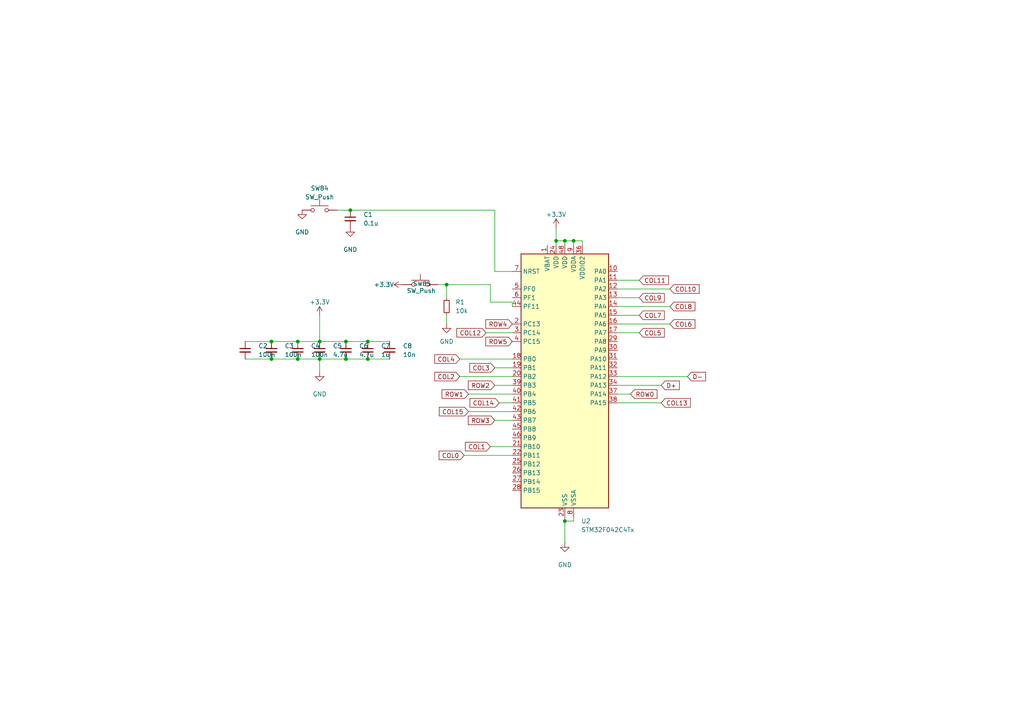
<source format=kicad_sch>
(kicad_sch (version 20250114) (generator "eeschema") (generator_version "9.0")
  (paper "A4")
  (junction (at 205.74 -118.11))
  (junction (at 114.3 -12.7))
  (junction (at 137.16 -73.66))
  (junction (at 420.37 -100.33))
  (junction (at 228.6 -33.02))
  (junction (at 101.6 60.96))
  (junction (at 238.76 -125.73))
  (junction (at 78.74 -40.64))
  (junction (at 330.2 -59.69))
  (junction (at 193.04 -59.69))
  (junction (at 274.32 -33.02))
  (junction (at 365.76 142.24))
  (junction (at 205.74 -12.7))
  (junction (at 284.48 -81.28))
  (junction (at 261.62 -59.69))
  (junction (at 228.6 -52.07))
  (junction (at 274.32 -52.07))
  (junction (at 261.62 -125.73))
  (junction (at 114.3 -118.11))
  (junction (at 147.32 -125.73))
  (junction (at 307.34 -40.64))
  (junction (at 101.6 -59.69))
  (junction (at 68.58 -52.07))
  (junction (at 251.46 -52.07))
  (junction (at 320.04 -73.66))
  (junction (at 297.18 -118.11))
  (junction (at 453.39 114.3))
  (junction (at 91.44 -73.66))
  (junction (at 68.58 -92.71))
  (junction (at 425.45 106.68))
  (junction (at 215.9 -81.28))
  (junction (at 101.6 -100.33))
  (junction (at 170.18 -59.69))
  (junction (at 297.18 -52.07))
  (junction (at 78.74 -59.69))
  (junction (at 297.18 -33.02))
  (junction (at 215.9 -125.73))
  (junction (at 307.34 -100.33))
  (junction (at 92.71 99.06))
  (junction (at 106.68 104.14))
  (junction (at 160.02 -118.11))
  (junction (at 68.58 -73.66))
  (junction (at 320.04 -118.11))
  (junction (at 137.16 -33.02))
  (junction (at 420.37 -81.28))
  (junction (at 353.06 -81.28))
  (junction (at 170.18 -81.28))
  (junction (at 398.78 -81.28))
  (junction (at 420.37 -59.69))
  (junction (at 359.41 153.67))
  (junction (at 78.74 99.06))
  (junction (at 251.46 -118.11))
  (junction (at 307.34 -81.28))
  (junction (at 238.76 -59.69))
  (junction (at 342.9 -73.66))
  (junction (at 320.04 -33.02))
  (junction (at 215.9 -40.64))
  (junction (at 147.32 -59.69))
  (junction (at 182.88 -92.71))
  (junction (at 398.78 -100.33))
  (junction (at 330.2 -125.73))
  (junction (at 388.62 -33.02))
  (junction (at 342.9 -118.11))
  (junction (at 205.74 -33.02))
  (junction (at 274.32 -118.11))
  (junction (at 307.34 -59.69))
  (junction (at 284.48 -59.69))
  (junction (at 193.04 -100.33))
  (junction (at 320.04 -52.07))
  (junction (at 353.06 -100.33))
  (junction (at 320.04 -12.7))
  (junction (at 342.9 -92.71))
  (junction (at 182.88 -118.11))
  (junction (at 215.9 -100.33))
  (junction (at 320.04 -92.71))
  (junction (at 274.32 -92.71))
  (junction (at 359.41 148.59))
  (junction (at 205.74 -73.66))
  (junction (at 398.78 -125.73))
  (junction (at 228.6 -118.11))
  (junction (at 91.44 -52.07))
  (junction (at 205.74 -52.07))
  (junction (at 78.74 -81.28))
  (junction (at 228.6 -73.66))
  (junction (at 170.18 -125.73))
  (junction (at 388.62 -118.11))
  (junction (at 147.32 -81.28))
  (junction (at 124.46 -100.33))
  (junction (at 342.9 -33.02))
  (junction (at 129.54 82.55))
  (junction (at 193.04 -81.28))
  (junction (at 91.44 -92.71))
  (junction (at 68.58 -118.11))
  (junction (at 458.47 106.68))
  (junction (at 330.2 -81.28))
  (junction (at 100.33 104.14))
  (junction (at 163.83 69.85))
  (junction (at 228.6 -92.71))
  (junction (at 388.62 -12.7))
  (junction (at 124.46 -125.73))
  (junction (at 100.33 99.06))
  (junction (at 353.06 -59.69))
  (junction (at 297.18 -73.66))
  (junction (at 124.46 -40.64))
  (junction (at 147.32 -100.33))
  (junction (at 137.16 -92.71))
  (junction (at 91.44 -118.11))
  (junction (at 284.48 -100.33))
  (junction (at 86.36 104.14))
  (junction (at 215.9 -59.69))
  (junction (at 114.3 -33.02))
  (junction (at 420.37 -125.73))
  (junction (at 388.62 -73.66))
  (junction (at 420.37 -40.64))
  (junction (at 261.62 -81.28))
  (junction (at 388.62 -92.71))
  (junction (at 91.44 -12.7))
  (junction (at 106.68 99.06))
  (junction (at 297.18 -12.7))
  (junction (at 251.46 -92.71))
  (junction (at 365.76 -118.11))
  (junction (at 86.36 99.06))
  (junction (at 124.46 -59.69))
  (junction (at 92.71 104.14))
  (junction (at 166.37 69.85))
  (junction (at 78.74 -125.73))
  (junction (at 342.9 -52.07))
  (junction (at 124.46 -81.28))
  (junction (at 274.32 -73.66))
  (junction (at 353.06 -40.64))
  (junction (at 238.76 -100.33))
  (junction (at 440.69 114.3))
  (junction (at 114.3 -52.07))
  (junction (at 68.58 -33.02))
  (junction (at 353.06 -125.73))
  (junction (at 238.76 -81.28))
  (junction (at 161.29 69.85))
  (junction (at 170.18 -100.33))
  (junction (at 398.78 -40.64))
  (junction (at 160.02 -33.02))
  (junction (at 114.3 -92.71))
  (junction (at 68.58 -12.7))
  (junction (at 137.16 -52.07))
  (junction (at 114.3 -73.66))
  (junction (at 182.88 -33.02))
  (junction (at 160.02 -52.07))
  (junction (at 160.02 -92.71))
  (junction (at 101.6 -125.73))
  (junction (at 193.04 -125.73))
  (junction (at 251.46 -33.02))
  (junction (at 330.2 -40.64))
  (junction (at 342.9 -12.7))
  (junction (at 307.34 -125.73))
  (junction (at 163.83 151.13))
  (junction (at 297.18 -92.71))
  (junction (at 160.02 -73.66))
  (junction (at 251.46 -73.66))
  (junction (at 453.39 106.68))
  (junction (at 330.2 -100.33))
  (junction (at 137.16 -118.11))
  (junction (at 78.74 104.14))
  (junction (at 205.74 -92.71))
  (junction (at 284.48 -125.73))
  (junction (at 261.62 -100.33))
  (junction (at 182.88 -52.07))
  (junction (at 182.88 -73.66))
  (junction (at 78.74 -100.33))
  (junction (at 101.6 -81.28))
  (wire (pts (xy 100.33 104.14) (xy 106.68 104.14)))
  (wire (pts (xy 342.9 -118.11) (xy 320.04 -118.11)))
  (wire (pts (xy 179.07 86.36) (xy 185.42 86.36)))
  (wire (pts (xy 179.07 93.98) (xy 194.31 93.98)))
  (wire (pts (xy 205.74 -40.64) (xy 205.74 -38.1)))
  (wire (pts (xy 420.37 -137.16) (xy 420.37 -125.73)))
  (wire (pts (xy 297.18 -92.71) (xy 320.04 -92.71)))
  (wire (pts (xy 101.6 -81.28) (xy 101.6 -59.69)))
  (wire (pts (xy 228.6 -100.33) (xy 228.6 -97.79)))
  (wire (pts (xy 182.88 -118.11) (xy 160.02 -118.11)))
  (wire (pts (xy 160.02 -125.73) (xy 160.02 -123.19)))
  (wire (pts (xy 330.2 -40.64) (xy 330.2 -20.32)))
  (wire (pts (xy 342.9 -100.33) (xy 342.9 -97.79)))
  (wire (pts (xy 228.6 -59.69) (xy 228.6 -57.15)))
  (wire (pts (xy 182.88 -81.28) (xy 182.88 -78.74)))
  (wire (pts (xy 320.04 -118.11) (xy 297.18 -118.11)))
  (wire (pts (xy 425.45 111.76) (xy 425.45 114.3)))
  (wire (pts (xy 365.76 142.24) (xy 370.84 142.24)))
  (wire (pts (xy 91.44 -73.66) (xy 114.3 -73.66)))
  (wire (pts (xy 359.41 156.21) (xy 359.41 153.67)))
  (wire (pts (xy 106.68 99.06) (xy 113.03 99.06)))
  (wire (pts (xy 342.9 -59.69) (xy 342.9 -57.15)))
  (wire (pts (xy 179.07 116.84) (xy 191.77 116.84)))
  (wire (pts (xy 143.51 60.96) (xy 143.51 78.74)))
  (wire (pts (xy 133.35 104.14) (xy 148.59 104.14)))
  (wire (pts (xy 179.07 88.9) (xy 194.31 88.9)))
  (wire (pts (xy 100.33 99.06) (xy 106.68 99.06)))
  (wire (pts (xy 163.83 69.85) (xy 166.37 69.85)))
  (wire (pts (xy 420.37 -125.73) (xy 420.37 -100.33)))
  (wire (pts (xy 78.74 -59.69) (xy 78.74 -40.64)))
  (wire (pts (xy 161.29 66.04) (xy 161.29 69.85)))
  (wire (pts (xy 101.6 -59.69) (xy 101.6 -20.32)))
  (wire (pts (xy 205.74 -100.33) (xy 205.74 -97.79)))
  (wire (pts (xy 238.76 -125.73) (xy 238.76 -100.33)))
  (wire (pts (xy 215.9 -100.33) (xy 215.9 -81.28)))
  (wire (pts (xy 114.3 -12.7) (xy 205.74 -12.7)))
  (wire (pts (xy 307.34 -137.16) (xy 307.34 -125.73)))
  (wire (pts (xy 440.69 114.3) (xy 453.39 114.3)))
  (wire (pts (xy 166.37 149.86) (xy 166.37 151.13)))
  (wire (pts (xy 91.44 -100.33) (xy 91.44 -97.79)))
  (wire (pts (xy 193.04 -81.28) (xy 193.04 -59.69)))
  (wire (pts (xy 330.2 -125.73) (xy 330.2 -100.33)))
  (wire (pts (xy 251.46 -125.73) (xy 251.46 -123.19)))
  (wire (pts (xy 420.37 -59.69) (xy 420.37 -40.64)))
  (wire (pts (xy 114.3 -118.11) (xy 91.44 -118.11)))
  (wire (pts (xy 320.04 -12.7) (xy 342.9 -12.7)))
  (wire (pts (xy 365.76 -125.73) (xy 365.76 -123.19)))
  (wire (pts (xy 182.88 -33.02) (xy 205.74 -33.02)))
  (wire (pts (xy 284.48 -137.16) (xy 284.48 -125.73)))
  (wire (pts (xy 166.37 151.13) (xy 163.83 151.13)))
  (wire (pts (xy 251.46 -33.02) (xy 274.32 -33.02)))
  (wire (pts (xy 410.21 -59.69) (xy 410.21 -57.15)))
  (wire (pts (xy 205.74 -73.66) (xy 228.6 -73.66)))
  (wire (pts (xy 297.18 -73.66) (xy 320.04 -73.66)))
  (wire (pts (xy 68.58 -118.11) (xy 58.42 -118.11)))
  (wire (pts (xy 342.9 -20.32) (xy 342.9 -17.78)))
  (wire (pts (xy 297.18 -12.7) (xy 320.04 -12.7)))
  (wire (pts (xy 342.9 -81.28) (xy 342.9 -78.74)))
  (wire (pts (xy 68.58 -59.69) (xy 68.58 -57.15)))
  (wire (pts (xy 205.74 -125.73) (xy 205.74 -123.19)))
  (wire (pts (xy 330.2 -137.16) (xy 330.2 -125.73)))
  (wire (pts (xy 238.76 -137.16) (xy 238.76 -125.73)))
  (wire (pts (xy 114.3 -20.32) (xy 114.3 -17.78)))
  (wire (pts (xy 274.32 -81.28) (xy 274.32 -78.74)))
  (wire (pts (xy 420.37 -100.33) (xy 420.37 -81.28)))
  (wire (pts (xy 342.9 -92.71) (xy 388.62 -92.71)))
  (wire (pts (xy 68.58 -20.32) (xy 68.58 -17.78)))
  (wire (pts (xy 68.58 -125.73) (xy 68.58 -123.19)))
  (wire (pts (xy 215.9 -59.69) (xy 215.9 -40.64)))
  (wire (pts (xy 92.71 91.44) (xy 92.71 99.06)))
  (wire (pts (xy 161.29 71.12) (xy 161.29 69.85)))
  (wire (pts (xy 228.6 -52.07) (xy 251.46 -52.07)))
  (wire (pts (xy 205.74 -92.71) (xy 228.6 -92.71)))
  (wire (pts (xy 307.34 -81.28) (xy 307.34 -59.69)))
  (wire (pts (xy 353.06 -100.33) (xy 353.06 -81.28)))
  (wire (pts (xy 274.32 -33.02) (xy 297.18 -33.02)))
  (wire (pts (xy 320.04 -100.33) (xy 320.04 -97.79)))
  (wire (pts (xy 137.16 -59.69) (xy 137.16 -57.15)))
  (wire (pts (xy 59.69 -12.7) (xy 68.58 -12.7)))
  (wire (pts (xy 398.78 -40.64) (xy 398.78 -20.32)))
  (wire (pts (xy 129.54 82.55) (xy 129.54 86.36)))
  (wire (pts (xy 448.31 106.68) (xy 453.39 106.68)))
  (wire (pts (xy 148.59 87.63) (xy 148.59 88.9)))
  (wire (pts (xy 92.71 104.14) (xy 92.71 107.95)))
  (wire (pts (xy 124.46 -125.73) (xy 124.46 -100.33)))
  (wire (pts (xy 179.07 111.76) (xy 191.77 111.76)))
  (wire (pts (xy 91.44 -59.69) (xy 91.44 -57.15)))
  (wire (pts (xy 238.76 -100.33) (xy 238.76 -81.28)))
  (wire (pts (xy 59.69 -92.71) (xy 68.58 -92.71)))
  (wire (pts (xy 71.12 104.14) (xy 78.74 104.14)))
  (wire (pts (xy 320.04 -40.64) (xy 320.04 -38.1)))
  (wire (pts (xy 342.9 -73.66) (xy 388.62 -73.66)))
  (wire (pts (xy 182.88 -92.71) (xy 205.74 -92.71)))
  (wire (pts (xy 388.62 -118.11) (xy 365.76 -118.11)))
  (wire (pts (xy 86.36 99.06) (xy 92.71 99.06)))
  (wire (pts (xy 330.2 -81.28) (xy 330.2 -59.69)))
  (wire (pts (xy 307.34 -125.73) (xy 307.34 -100.33)))
  (wire (pts (xy 170.18 -125.73) (xy 170.18 -100.33)))
  (wire (pts (xy 388.62 -100.33) (xy 388.62 -97.79)))
  (wire (pts (xy 297.18 -33.02) (xy 320.04 -33.02)))
  (wire (pts (xy 124.46 -59.69) (xy 124.46 -40.64)))
  (wire (pts (xy 147.32 -59.69) (xy 147.32 -40.64)))
  (wire (pts (xy 398.78 -81.28) (xy 398.78 -40.64)))
  (wire (pts (xy 388.62 -118.11) (xy 410.21 -118.11)))
  (wire (pts (xy 342.9 -125.73) (xy 342.9 -123.19)))
  (wire (pts (xy 453.39 114.3) (xy 458.47 114.3)))
  (wire (pts (xy 137.16 -118.11) (xy 114.3 -118.11)))
  (wire (pts (xy 78.74 -100.33) (xy 78.74 -81.28)))
  (wire (pts (xy 359.41 133.35) (xy 359.41 135.89)))
  (wire (pts (xy 251.46 -59.69) (xy 251.46 -57.15)))
  (wire (pts (xy 353.06 -137.16) (xy 353.06 -125.73)))
  (wire (pts (xy 320.04 -81.28) (xy 320.04 -78.74)))
  (wire (pts (xy 356.87 156.21) (xy 359.41 156.21)))
  (wire (pts (xy 137.16 -100.33) (xy 137.16 -97.79)))
  (wire (pts (xy 182.88 -100.33) (xy 182.88 -97.79)))
  (wire (pts (xy 144.78 116.84) (xy 148.59 116.84)))
  (wire (pts (xy 215.9 -40.64) (xy 215.9 -20.32)))
  (wire (pts (xy 388.62 -81.28) (xy 388.62 -78.74)))
  (wire (pts (xy 114.3 -52.07) (xy 137.16 -52.07)))
  (wire (pts (xy 359.41 140.97) (xy 359.41 139.7)))
  (wire (pts (xy 168.91 69.85) (xy 168.91 71.12)))
  (wire (pts (xy 320.04 -125.73) (xy 320.04 -123.19)))
  (wire (pts (xy 365.76 -118.11) (xy 342.9 -118.11)))
  (wire (pts (xy 425.45 114.3) (xy 440.69 114.3)))
  (wire (pts (xy 114.3 -59.69) (xy 114.3 -57.15)))
  (wire (pts (xy 193.04 -125.73) (xy 193.04 -100.33)))
  (wire (pts (xy 307.34 -100.33) (xy 307.34 -81.28)))
  (wire (pts (xy 170.18 -81.28) (xy 170.18 -59.69)))
  (wire (pts (xy 342.9 -33.02) (xy 388.62 -33.02)))
  (wire (pts (xy 160.02 -81.28) (xy 160.02 -78.74)))
  (wire (pts (xy 78.74 -40.64) (xy 78.74 -20.32)))
  (wire (pts (xy 137.16 -52.07) (xy 160.02 -52.07)))
  (wire (pts (xy 92.71 104.14) (xy 100.33 104.14)))
  (wire (pts (xy 160.02 -92.71) (xy 182.88 -92.71)))
  (wire (pts (xy 137.16 -125.73) (xy 137.16 -123.19)))
  (wire (pts (xy 458.47 106.68) (xy 464.82 106.68)))
  (wire (pts (xy 142.24 87.63) (xy 148.59 87.63)))
  (wire (pts (xy 137.16 -92.71) (xy 160.02 -92.71)))
  (wire (pts (xy 297.18 -100.33) (xy 297.18 -97.79)))
  (wire (pts (xy 161.29 69.85) (xy 163.83 69.85)))
  (wire (pts (xy 160.02 -40.64) (xy 160.02 -38.1)))
  (wire (pts (xy 182.88 -125.73) (xy 182.88 -123.19)))
  (wire (pts (xy 458.47 114.3) (xy 458.47 111.76)))
  (wire (pts (xy 91.44 -12.7) (xy 114.3 -12.7)))
  (wire (pts (xy 342.9 -52.07) (xy 410.21 -52.07)))
  (wire (pts (xy 353.06 -125.73) (xy 353.06 -100.33)))
  (wire (pts (xy 143.51 78.74) (xy 148.59 78.74)))
  (wire (pts (xy 140.97 96.52) (xy 148.59 96.52)))
  (wire (pts (xy 91.44 -92.71) (xy 114.3 -92.71)))
  (wire (pts (xy 114.3 -92.71) (xy 137.16 -92.71)))
  (wire (pts (xy 320.04 -33.02) (xy 342.9 -33.02)))
  (wire (pts (xy 137.16 -40.64) (xy 137.16 -38.1)))
  (wire (pts (xy 274.32 -40.64) (xy 274.32 -38.1)))
  (wire (pts (xy 388.62 -33.02) (xy 410.21 -33.02)))
  (wire (pts (xy 114.3 -40.64) (xy 114.3 -38.1)))
  (wire (pts (xy 106.68 104.14) (xy 113.03 104.14)))
  (wire (pts (xy 375.92 -137.16) (xy 375.92 -125.73)))
  (wire (pts (xy 124.46 -100.33) (xy 124.46 -81.28)))
  (wire (pts (xy 274.32 -73.66) (xy 297.18 -73.66)))
  (wire (pts (xy 170.18 -137.16) (xy 170.18 -125.73)))
  (wire (pts (xy 388.62 -73.66) (xy 410.21 -73.66)))
  (wire (pts (xy 353.06 -81.28) (xy 353.06 -59.69)))
  (wire (pts (xy 92.71 99.06) (xy 100.33 99.06)))
  (wire (pts (xy 330.2 -59.69) (xy 330.2 -40.64)))
  (wire (pts (xy 170.18 -59.69) (xy 170.18 -40.64)))
  (wire (pts (xy 68.58 -33.02) (xy 114.3 -33.02)))
  (wire (pts (xy 453.39 106.68) (xy 458.47 106.68)))
  (wire (pts (xy 425.45 106.68) (xy 433.07 106.68)))
  (wire (pts (xy 261.62 -137.16) (xy 261.62 -125.73)))
  (wire (pts (xy 398.78 -137.16) (xy 398.78 -125.73)))
  (wire (pts (xy 179.07 96.52) (xy 185.42 96.52)))
  (wire (pts (xy 410.21 -125.73) (xy 410.21 -123.19)))
  (wire (pts (xy 274.32 -125.73) (xy 274.32 -123.19)))
  (wire (pts (xy 133.35 109.22) (xy 148.59 109.22)))
  (wire (pts (xy 205.74 -20.32) (xy 205.74 -17.78)))
  (wire (pts (xy 251.46 -100.33) (xy 251.46 -97.79)))
  (wire (pts (xy 137.16 -73.66) (xy 160.02 -73.66)))
  (wire (pts (xy 297.18 -52.07) (xy 320.04 -52.07)))
  (wire (pts (xy 228.6 -118.11) (xy 205.74 -118.11)))
  (wire (pts (xy 274.32 -52.07) (xy 297.18 -52.07)))
  (wire (pts (xy 320.04 -20.32) (xy 320.04 -17.78)))
  (wire (pts (xy 179.07 91.44) (xy 185.42 91.44)))
  (wire (pts (xy 137.16 -81.28) (xy 137.16 -78.74)))
  (wire (pts (xy 101.6 -125.73) (xy 101.6 -100.33)))
  (wire (pts (xy 228.6 -73.66) (xy 251.46 -73.66)))
  (wire (pts (xy 114.3 -33.02) (xy 137.16 -33.02)))
  (wire (pts (xy 320.04 -52.07) (xy 342.9 -52.07)))
  (wire (pts (xy 179.07 81.28) (xy 185.42 81.28)))
  (wire (pts (xy 215.9 -125.73) (xy 215.9 -100.33)))
  (wire (pts (xy 182.88 -52.07) (xy 205.74 -52.07)))
  (wire (pts (xy 261.62 -125.73) (xy 261.62 -100.33)))
  (wire (pts (xy 410.21 -20.32) (xy 410.21 -17.78)))
  (wire (pts (xy 238.76 -59.69) (xy 238.76 -40.64)))
  (wire (pts (xy 179.07 114.3) (xy 182.88 114.3)))
  (wire (pts (xy 143.51 106.68) (xy 148.59 106.68)))
  (wire (pts (xy 398.78 -125.73) (xy 398.78 -100.33)))
  (wire (pts (xy 163.83 69.85) (xy 163.83 71.12)))
  (wire (pts (xy 359.41 153.67) (xy 360.68 153.67)))
  (wire (pts (xy 91.44 -125.73) (xy 91.44 -123.19)))
  (wire (pts (xy 147.32 -125.73) (xy 147.32 -100.33)))
  (wire (pts (xy 261.62 -100.33) (xy 261.62 -81.28)))
  (wire (pts (xy 420.37 -81.28) (xy 420.37 -59.69)))
  (wire (pts (xy 297.18 -20.32) (xy 297.18 -17.78)))
  (wire (pts (xy 410.21 -40.64) (xy 410.21 -38.1)))
  (wire (pts (xy 205.74 -12.7) (xy 297.18 -12.7)))
  (wire (pts (xy 205.74 -118.11) (xy 182.88 -118.11)))
  (wire (pts (xy 182.88 -59.69) (xy 182.88 -57.15)))
  (wire (pts (xy 205.74 -59.69) (xy 205.74 -57.15)))
  (wire (pts (xy 114.3 -100.33) (xy 114.3 -97.79)))
  (wire (pts (xy 251.46 -81.28) (xy 251.46 -78.74)))
  (wire (pts (xy 251.46 -118.11) (xy 228.6 -118.11)))
  (wire (pts (xy 359.41 143.51) (xy 359.41 144.78)))
  (wire (pts (xy 163.83 149.86) (xy 163.83 151.13)))
  (wire (pts (xy 166.37 69.85) (xy 168.91 69.85)))
  (wire (pts (xy 124.46 -40.64) (xy 124.46 -20.32)))
  (wire (pts (xy 320.04 -92.71) (xy 342.9 -92.71)))
  (wire (pts (xy 78.74 -81.28) (xy 78.74 -59.69)))
  (wire (pts (xy 342.9 -12.7) (xy 388.62 -12.7)))
  (wire (pts (xy 124.46 -81.28) (xy 124.46 -59.69)))
  (wire (pts (xy 410.21 -100.33) (xy 410.21 -97.79)))
  (wire (pts (xy 59.69 -33.02) (xy 68.58 -33.02)))
  (wire (pts (xy 78.74 104.14) (xy 86.36 104.14)))
  (wire (pts (xy 297.18 -40.64) (xy 297.18 -38.1)))
  (wire (pts (xy 68.58 -52.07) (xy 91.44 -52.07)))
  (wire (pts (xy 228.6 -125.73) (xy 228.6 -123.19)))
  (wire (pts (xy 160.02 -33.02) (xy 182.88 -33.02)))
  (wire (pts (xy 388.62 -125.73) (xy 388.62 -123.19)))
  (wire (pts (xy 228.6 -40.64) (xy 228.6 -38.1)))
  (wire (pts (xy 124.46 -137.16) (xy 124.46 -125.73)))
  (wire (pts (xy 388.62 -20.32) (xy 388.62 -17.78)))
  (wire (pts (xy 143.51 111.76) (xy 148.59 111.76)))
  (wire (pts (xy 163.83 151.13) (xy 163.83 157.48)))
  (wire (pts (xy 91.44 -118.11) (xy 68.58 -118.11)))
  (wire (pts (xy 91.44 -20.32) (xy 91.44 -17.78)))
  (wire (pts (xy 193.04 -59.69) (xy 193.04 -40.64)))
  (wire (pts (xy 205.74 -33.02) (xy 228.6 -33.02)))
  (wire (pts (xy 205.74 -81.28) (xy 205.74 -78.74)))
  (wire (pts (xy 215.9 -137.16) (xy 215.9 -125.73)))
  (wire (pts (xy 86.36 104.14) (xy 92.71 104.14)))
  (wire (pts (xy 101.6 -100.33) (xy 101.6 -81.28)))
  (wire (pts (xy 416.56 106.68) (xy 425.45 106.68)))
  (wire (pts (xy 356.87 140.97) (xy 359.41 140.97)))
  (wire (pts (xy 97.79 60.96) (xy 101.6 60.96)))
  (wire (pts (xy 160.02 -52.07) (xy 182.88 -52.07)))
  (wire (pts (xy 251.46 -40.64) (xy 251.46 -38.1)))
  (wire (pts (xy 388.62 -12.7) (xy 410.21 -12.7)))
  (wire (pts (xy 78.74 99.06) (xy 86.36 99.06)))
  (wire (pts (xy 297.18 -125.73) (xy 297.18 -123.19)))
  (wire (pts (xy 160.02 -59.69) (xy 160.02 -57.15)))
  (wire (pts (xy 353.06 -40.64) (xy 353.06 -20.32)))
  (wire (pts (xy 356.87 151.13) (xy 359.41 151.13)))
  (wire (pts (xy 307.34 -59.69) (xy 307.34 -40.64)))
  (wire (pts (xy 307.34 -40.64) (xy 307.34 -20.32)))
  (wire (pts (xy 251.46 -52.07) (xy 274.32 -52.07)))
  (wire (pts (xy 147.32 -100.33) (xy 147.32 -81.28)))
  (wire (pts (xy 274.32 -59.69) (xy 274.32 -57.15)))
  (wire (pts (xy 274.32 -92.71) (xy 297.18 -92.71)))
  (wire (pts (xy 127 82.55) (xy 129.54 82.55)))
  (wire (pts (xy 91.44 -52.07) (xy 114.3 -52.07)))
  (wire (pts (xy 91.44 -81.28) (xy 91.44 -78.74)))
  (wire (pts (xy 398.78 -100.33) (xy 398.78 -81.28)))
  (wire (pts (xy 147.32 -137.16) (xy 147.32 -125.73)))
  (wire (pts (xy 129.54 91.44) (xy 129.54 93.98)))
  (wire (pts (xy 68.58 -92.71) (xy 91.44 -92.71)))
  (wire (pts (xy 284.48 -81.28) (xy 284.48 -59.69)))
  (wire (pts (xy 359.41 148.59) (xy 359.41 151.13)))
  (wire (pts (xy 160.02 -118.11) (xy 137.16 -118.11)))
  (wire (pts (xy 320.04 -59.69) (xy 320.04 -57.15)))
  (wire (pts (xy 205.74 -52.07) (xy 228.6 -52.07)))
  (wire (pts (xy 251.46 -92.71) (xy 274.32 -92.71)))
  (wire (pts (xy 135.89 119.38) (xy 148.59 119.38)))
  (wire (pts (xy 274.32 -118.11) (xy 251.46 -118.11)))
  (wire (pts (xy 68.58 -12.7) (xy 91.44 -12.7)))
  (wire (pts (xy 137.16 -33.02) (xy 160.02 -33.02)))
  (wire (pts (xy 274.32 -100.33) (xy 274.32 -97.79)))
  (wire (pts (xy 101.6 60.96) (xy 143.51 60.96)))
  (wire (pts (xy 364.49 144.78) (xy 365.76 144.78)))
  (wire (pts (xy 78.74 -137.16) (xy 78.74 -125.73)))
  (wire (pts (xy 114.3 -73.66) (xy 137.16 -73.66)))
  (wire (pts (xy 251.46 -73.66) (xy 274.32 -73.66)))
  (wire (pts (xy 166.37 69.85) (xy 166.37 71.12)))
  (wire (pts (xy 228.6 -33.02) (xy 251.46 -33.02)))
  (wire (pts (xy 160.02 -73.66) (xy 182.88 -73.66)))
  (wire (pts (xy 170.18 -100.33) (xy 170.18 -81.28)))
  (wire (pts (xy 388.62 -40.64) (xy 388.62 -38.1)))
  (wire (pts (xy 68.58 -73.66) (xy 91.44 -73.66)))
  (wire (pts (xy 356.87 153.67) (xy 359.41 153.67)))
  (wire (pts (xy 388.62 -92.71) (xy 410.21 -92.71)))
  (wire (pts (xy 356.87 148.59) (xy 359.41 148.59)))
  (wire (pts (xy 356.87 143.51) (xy 359.41 143.51)))
  (wire (pts (xy 71.12 99.06) (xy 78.74 99.06)))
  (wire (pts (xy 143.51 121.92) (xy 148.59 121.92)))
  (wire (pts (xy 297.18 -81.28) (xy 297.18 -78.74)))
  (wire (pts (xy 320.04 -73.66) (xy 342.9 -73.66)))
  (wire (pts (xy 297.18 -118.11) (xy 274.32 -118.11)))
  (wire (pts (xy 330.2 -100.33) (xy 330.2 -81.28)))
  (wire (pts (xy 284.48 -59.69) (xy 284.48 -40.64)))
  (wire (pts (xy 182.88 -40.64) (xy 182.88 -38.1)))
  (wire (pts (xy 114.3 -125.73) (xy 114.3 -123.19)))
  (wire (pts (xy 215.9 -81.28) (xy 215.9 -59.69)))
  (wire (pts (xy 420.37 -40.64) (xy 420.37 -20.32)))
  (wire (pts (xy 261.62 -81.28) (xy 261.62 -59.69)))
  (wire (pts (xy 238.76 -81.28) (xy 238.76 -59.69)))
  (wire (pts (xy 135.89 114.3) (xy 148.59 114.3)))
  (wire (pts (xy 353.06 -59.69) (xy 353.06 -40.64)))
  (wire (pts (xy 134.62 132.08) (xy 148.59 132.08)))
  (wire (pts (xy 193.04 -137.16) (xy 193.04 -125.73)))
  (wire (pts (xy 193.04 -100.33) (xy 193.04 -81.28)))
  (wire (pts (xy 160.02 -100.33) (xy 160.02 -97.79)))
  (wire (pts (xy 356.87 135.89) (xy 359.41 135.89)))
  (wire (pts (xy 453.39 111.76) (xy 453.39 114.3)))
  (wire (pts (xy 410.21 -81.28) (xy 410.21 -78.74)))
  (wire (pts (xy 68.58 -81.28) (xy 68.58 -78.74)))
  (wire (pts (xy 284.48 -100.33) (xy 284.48 -81.28)))
  (wire (pts (xy 182.88 -73.66) (xy 205.74 -73.66)))
  (wire (pts (xy 342.9 -40.64) (xy 342.9 -38.1)))
  (wire (pts (xy 78.74 -125.73) (xy 78.74 -100.33)))
  (wire (pts (xy 297.18 -59.69) (xy 297.18 -57.15)))
  (wire (pts (xy 179.07 83.82) (xy 194.31 83.82)))
  (wire (pts (xy 68.58 -40.64) (xy 68.58 -38.1)))
  (wire (pts (xy 129.54 82.55) (xy 142.24 82.55)))
  (wire (pts (xy 228.6 -81.28) (xy 228.6 -78.74)))
  (wire (pts (xy 228.6 -92.71) (xy 251.46 -92.71)))
  (wire (pts (xy 359.41 148.59) (xy 360.68 148.59)))
  (wire (pts (xy 142.24 129.54) (xy 148.59 129.54)))
  (wire (pts (xy 68.58 -100.33) (xy 68.58 -97.79)))
  (wire (pts (xy 284.48 -125.73) (xy 284.48 -100.33)))
  (wire (pts (xy 59.69 -52.07) (xy 68.58 -52.07)))
  (wire (pts (xy 365.76 142.24) (xy 365.76 139.7)))
  (wire (pts (xy 142.24 82.55) (xy 142.24 87.63)))
  (wire (pts (xy 261.62 -59.69) (xy 261.62 -40.64)))
  (wire (pts (xy 114.3 -81.28) (xy 114.3 -78.74)))
  (wire (pts (xy 365.76 144.78) (xy 365.76 142.24)))
  (wire (pts (xy 179.07 109.22) (xy 199.39 109.22)))
  (wire (pts (xy 59.69 -73.66) (xy 68.58 -73.66)))
  (wire (pts (xy 364.49 139.7) (xy 365.76 139.7)))
  (wire (pts (xy 101.6 -137.16) (xy 101.6 -125.73)))
  (wire (pts (xy 147.32 -81.28) (xy 147.32 -59.69)))
  (global_label "ROW4" (shape input) (at 148.59 93.98 180) (property "Intersheetrefs" "${INTERSHEET_REFS}" (effects (hide yes))))
  (global_label "ROW0" (shape input) (at 58.42 -118.11 180) (property "Intersheetrefs" "${INTERSHEET_REFS}" (effects (hide yes))))
  (global_label "COL12" (shape input) (at 353.06 -137.16 90) (property "Intersheetrefs" "${INTERSHEET_REFS}" (effects (hide yes))))
  (global_label "COL9" (shape input) (at 185.42 86.36 0) (property "Intersheetrefs" "${INTERSHEET_REFS}" (effects (hide yes))))
  (global_label "COL13" (shape input) (at 191.77 116.84 0) (property "Intersheetrefs" "${INTERSHEET_REFS}" (effects (hide yes))))
  (global_label "ROW1" (shape input) (at 59.69 -92.71 180) (property "Intersheetrefs" "${INTERSHEET_REFS}" (effects (hide yes))))
  (global_label "COL13" (shape input) (at 375.92 -137.16 90) (property "Intersheetrefs" "${INTERSHEET_REFS}" (effects (hide yes))))
  (global_label "ROW0" (shape input) (at 182.88 114.3 0) (property "Intersheetrefs" "${INTERSHEET_REFS}" (effects (hide yes))))
  (global_label "ROW4" (shape input) (at 59.69 -33.02 180) (property "Intersheetrefs" "${INTERSHEET_REFS}" (effects (hide yes))))
  (global_label "COL4" (shape input) (at 133.35 104.14 180) (property "Intersheetrefs" "${INTERSHEET_REFS}" (effects (hide yes))))
  (global_label "COL3" (shape input) (at 143.51 106.68 180) (property "Intersheetrefs" "${INTERSHEET_REFS}" (effects (hide yes))))
  (global_label "COL15" (shape input) (at 135.89 119.38 180) (property "Intersheetrefs" "${INTERSHEET_REFS}" (effects (hide yes))))
  (global_label "ROW3" (shape input) (at 59.69 -52.07 180) (property "Intersheetrefs" "${INTERSHEET_REFS}" (effects (hide yes))))
  (global_label "COL1" (shape input) (at 101.6 -137.16 90) (property "Intersheetrefs" "${INTERSHEET_REFS}" (effects (hide yes))))
  (global_label "COL0" (shape input) (at 134.62 132.08 180) (property "Intersheetrefs" "${INTERSHEET_REFS}" (effects (hide yes))))
  (global_label "COL0" (shape input) (at 78.74 -137.16 90) (property "Intersheetrefs" "${INTERSHEET_REFS}" (effects (hide yes))))
  (global_label "COL12" (shape input) (at 140.97 96.52 180) (property "Intersheetrefs" "${INTERSHEET_REFS}" (effects (hide yes))))
  (global_label "COL11" (shape input) (at 330.2 -137.16 90) (property "Intersheetrefs" "${INTERSHEET_REFS}" (effects (hide yes))))
  (global_label "COL8" (shape input) (at 261.62 -137.16 90) (property "Intersheetrefs" "${INTERSHEET_REFS}" (effects (hide yes))))
  (global_label "COL10" (shape input) (at 307.34 -137.16 90) (property "Intersheetrefs" "${INTERSHEET_REFS}" (effects (hide yes))))
  (global_label "D-" (shape input) (at 199.39 109.22 0) (property "Intersheetrefs" "${INTERSHEET_REFS}" (effects (hide yes))))
  (global_label "COL6" (shape input) (at 194.31 93.98 0) (property "Intersheetrefs" "${INTERSHEET_REFS}" (effects (hide yes))))
  (global_label "COL14" (shape input) (at 398.78 -137.16 90) (property "Intersheetrefs" "${INTERSHEET_REFS}" (effects (hide yes))))
  (global_label "COL2" (shape input) (at 124.46 -137.16 90) (property "Intersheetrefs" "${INTERSHEET_REFS}" (effects (hide yes))))
  (global_label "COL9" (shape input) (at 284.48 -137.16 90) (property "Intersheetrefs" "${INTERSHEET_REFS}" (effects (hide yes))))
  (global_label "COL4" (shape input) (at 170.18 -137.16 90) (property "Intersheetrefs" "${INTERSHEET_REFS}" (effects (hide yes))))
  (global_label "D+" (shape input) (at 191.77 111.76 0) (property "Intersheetrefs" "${INTERSHEET_REFS}" (effects (hide yes))))
  (global_label "COL2" (shape input) (at 133.35 109.22 180) (property "Intersheetrefs" "${INTERSHEET_REFS}" (effects (hide yes))))
  (global_label "ROW2" (shape input) (at 143.51 111.76 180) (property "Intersheetrefs" "${INTERSHEET_REFS}" (effects (hide yes))))
  (global_label "COL7" (shape input) (at 238.76 -137.16 90) (property "Intersheetrefs" "${INTERSHEET_REFS}" (effects (hide yes))))
  (global_label "ROW5" (shape input) (at 148.59 99.06 180) (property "Intersheetrefs" "${INTERSHEET_REFS}" (effects (hide yes))))
  (global_label "COL3" (shape input) (at 147.32 -137.16 90) (property "Intersheetrefs" "${INTERSHEET_REFS}" (effects (hide yes))))
  (global_label "COL1" (shape input) (at 142.24 129.54 180) (property "Intersheetrefs" "${INTERSHEET_REFS}" (effects (hide yes))))
  (global_label "COL5" (shape input) (at 185.42 96.52 0) (property "Intersheetrefs" "${INTERSHEET_REFS}" (effects (hide yes))))
  (global_label "ROW5" (shape input) (at 59.69 -12.7 180) (property "Intersheetrefs" "${INTERSHEET_REFS}" (effects (hide yes))))
  (global_label "D+" (shape input) (at 360.68 153.67 0) (property "Intersheetrefs" "${INTERSHEET_REFS}" (effects (hide yes))))
  (global_label "D-" (shape input) (at 360.68 148.59 0) (property "Intersheetrefs" "${INTERSHEET_REFS}" (effects (hide yes))))
  (global_label "COL5" (shape input) (at 193.04 -137.16 90) (property "Intersheetrefs" "${INTERSHEET_REFS}" (effects (hide yes))))
  (global_label "COL15" (shape input) (at 420.37 -137.16 90) (property "Intersheetrefs" "${INTERSHEET_REFS}" (effects (hide yes))))
  (global_label "COL6" (shape input) (at 215.9 -137.16 90) (property "Intersheetrefs" "${INTERSHEET_REFS}" (effects (hide yes))))
  (global_label "COL8" (shape input) (at 194.31 88.9 0) (property "Intersheetrefs" "${INTERSHEET_REFS}" (effects (hide yes))))
  (global_label "COL14" (shape input) (at 144.78 116.84 180) (property "Intersheetrefs" "${INTERSHEET_REFS}" (effects (hide yes))))
  (global_label "COL10" (shape input) (at 194.31 83.82 0) (property "Intersheetrefs" "${INTERSHEET_REFS}" (effects (hide yes))))
  (global_label "COL7" (shape input) (at 185.42 91.44 0) (property "Intersheetrefs" "${INTERSHEET_REFS}" (effects (hide yes))))
  (global_label "ROW3" (shape input) (at 143.51 121.92 180) (property "Intersheetrefs" "${INTERSHEET_REFS}" (effects (hide yes))))
  (global_label "ROW2" (shape input) (at 59.69 -73.66 180) (property "Intersheetrefs" "${INTERSHEET_REFS}" (effects (hide yes))))
  (global_label "ROW1" (shape input) (at 135.89 114.3 180) (property "Intersheetrefs" "${INTERSHEET_REFS}" (effects (hide yes))))
  (global_label "COL11" (shape input) (at 185.42 81.28 0) (property "Intersheetrefs" "${INTERSHEET_REFS}" (effects (hide yes))))
  (symbol (lib_id "Switch:SW_Push") (at 210.82 -40.64 0) (unit 1)
    (property "Reference" "SW66" (at 210.82 -48.26 0))
    (property "Value" "SW_Push" (at 210.82 -45.72 0))
    (property "Footprint" "Switch_Keyboard_Cherry_MX:SW_Cherry_MX_PCB" (effects (hide yes)))
    (property "Description" "Push button switch, generic, two pins" (effects (hide yes)))
  )
  (symbol (lib_id "Switch:SW_Push") (at 165.1 -59.69 0) (unit 1)
    (property "Reference" "SW51" (at 165.1 -67.31 0))
    (property "Value" "SW_Push" (at 165.1 -64.77 0))
    (property "Footprint" "Switch_Keyboard_Cherry_MX:SW_Cherry_MX_PCB" (effects (hide yes)))
    (property "Description" "Push button switch, generic, two pins" (effects (hide yes)))
  )
  (symbol (lib_id "Device:D_Small") (at 251.46 -35.56 90) (unit 1)
    (property "Reference" "D68" (at 254 -36.8301 90) (effects (justify right)))
    (property "Value" "D_Small" (at 254 -34.2901 90) (effects (justify right)))
    (property "Footprint" "Diode_THT:D_DO-35_SOD27_P3.81mm_Vertical_AnodeUp" (effects (hide yes)))
    (property "Description" "Diode, small symbol" (effects (hide yes)))
    (property "Sim.Device" "D" (effects (hide yes)))
    (property "Sim.Pins" "1=K 2=A" (effects (hide yes)))
  )
  (symbol (lib_id "Device:D_Small") (at 182.88 -95.25 90) (unit 1)
    (property "Reference" "D22" (at 185.42 -96.5201 90) (effects (justify right)))
    (property "Value" "D_Small" (at 185.42 -93.9801 90) (effects (justify right)))
    (property "Footprint" "Diode_THT:D_DO-35_SOD27_P3.81mm_Vertical_AnodeUp" (effects (hide yes)))
    (property "Description" "Diode, small symbol" (effects (hide yes)))
    (property "Sim.Device" "D" (effects (hide yes)))
    (property "Sim.Pins" "1=K 2=A" (effects (hide yes)))
  )
  (symbol (lib_id "Device:D_Small") (at 114.3 -76.2 90) (unit 1)
    (property "Reference" "D34" (at 116.84 -77.4701 90) (effects (justify right)))
    (property "Value" "D_Small" (at 116.84 -74.9301 90) (effects (justify right)))
    (property "Footprint" "Diode_THT:D_DO-35_SOD27_P3.81mm_Vertical_AnodeUp" (effects (hide yes)))
    (property "Description" "Diode, small symbol" (effects (hide yes)))
    (property "Sim.Device" "D" (effects (hide yes)))
    (property "Sim.Pins" "1=K 2=A" (effects (hide yes)))
  )
  (symbol (lib_id "Switch:SW_Push") (at 325.12 -40.64 0) (unit 1)
    (property "Reference" "SW71" (at 325.12 -48.26 0))
    (property "Value" "SW_Push" (at 325.12 -45.72 0))
    (property "Footprint" "Switch_Keyboard_Cherry_MX:SW_Cherry_MX_PCB" (effects (hide yes)))
    (property "Description" "Push button switch, generic, two pins" (effects (hide yes)))
  )
  (symbol (lib_id "Switch:SW_Push") (at 256.54 -81.28 0) (unit 1)
    (property "Reference" "SW40" (at 256.54 -88.9 0))
    (property "Value" "SW_Push" (at 256.54 -86.36 0))
    (property "Footprint" "Switch_Keyboard_Cherry_MX:SW_Cherry_MX_PCB" (effects (hide yes)))
    (property "Description" "Push button switch, generic, two pins" (effects (hide yes)))
  )
  (symbol (lib_id "Device:D_Small") (at 137.16 -120.65 90) (unit 1)
    (property "Reference" "D4" (at 139.7 -121.9201 90) (effects (justify right)))
    (property "Value" "D_Small" (at 139.7 -119.3801 90) (effects (justify right)))
    (property "Footprint" "Diode_THT:D_DO-35_SOD27_P3.81mm_Vertical_AnodeUp" (effects (hide yes)))
    (property "Description" "Diode, small symbol" (effects (hide yes)))
    (property "Sim.Device" "D" (effects (hide yes)))
    (property "Sim.Pins" "1=K 2=A" (effects (hide yes)))
  )
  (symbol (lib_id "Regulator_Linear:LD1117S33TR_SOT223") (at 440.69 106.68 0) (unit 1)
    (property "Reference" "U1" (at 440.69 101.6 0))
    (property "Value" "LD1117S33TR_SOT223" (at 440.69 104.14 0))
    (property "Footprint" "Package_TO_SOT_SMD:SOT-223-3_TabPin2" (effects (hide yes)))
    (property "Datasheet" "http://www.st.com/st-web-ui/static/active/en/resource/technical/document/datasheet/CD00000544.pdf" (effects (hide yes)))
    (property "Description" "800mA Fixed Low Drop Positive Voltage Regulator, Fixed Output 3.3V, SOT-223" (effects (hide yes)))
  )
  (symbol (lib_id "Switch:SW_Push") (at 142.24 -125.73 0) (unit 1)
    (property "Reference" "SW4" (at 142.24 -133.35 0))
    (property "Value" "SW_Push" (at 142.24 -130.81 0))
    (property "Footprint" "Switch_Keyboard_Cherry_MX:SW_Cherry_MX_PCB" (effects (hide yes)))
    (property "Description" "Push button switch, generic, two pins" (effects (hide yes)))
  )
  (symbol (lib_id "Device:D_Small") (at 114.3 -120.65 90) (unit 1)
    (property "Reference" "D3" (at 116.84 -121.9201 90) (effects (justify right)))
    (property "Value" "D_Small" (at 116.84 -119.3801 90) (effects (justify right)))
    (property "Footprint" "Diode_THT:D_DO-35_SOD27_P3.81mm_Vertical_AnodeUp" (effects (hide yes)))
    (property "Description" "Diode, small symbol" (effects (hide yes)))
    (property "Sim.Device" "D" (effects (hide yes)))
    (property "Sim.Pins" "1=K 2=A" (effects (hide yes)))
  )
  (symbol (lib_id "power:GND") (at 87.63 60.96 0) (unit 1)
    (property "Reference" "#PWR01" (effects (hide yes)))
    (property "Value" "GND" (at 87.63 67.31 0))
    (property "Description" "Power symbol creates a global label with name \"GND\" , ground" (effects (hide yes)))
  )
  (symbol (lib_id "Device:D_Small") (at 228.6 -120.65 90) (unit 1)
    (property "Reference" "D8" (at 231.14 -121.9201 90) (effects (justify right)))
    (property "Value" "D_Small" (at 231.14 -119.3801 90) (effects (justify right)))
    (property "Footprint" "Diode_THT:D_DO-35_SOD27_P3.81mm_Vertical_AnodeUp" (effects (hide yes)))
    (property "Description" "Diode, small symbol" (effects (hide yes)))
    (property "Sim.Device" "D" (effects (hide yes)))
    (property "Sim.Pins" "1=K 2=A" (effects (hide yes)))
  )
  (symbol (lib_id "Switch:SW_Push") (at 73.66 -100.33 0) (unit 1)
    (property "Reference" "SW17" (at 73.66 -107.95 0))
    (property "Value" "SW_Push" (at 73.66 -105.41 0))
    (property "Footprint" "Switch_Keyboard_Cherry_MX:SW_Cherry_MX_PCB" (effects (hide yes)))
    (property "Description" "Push button switch, generic, two pins" (effects (hide yes)))
  )
  (symbol (lib_id "Device:D_Small") (at 137.16 -95.25 90) (unit 1)
    (property "Reference" "D20" (at 139.7 -96.5201 90) (effects (justify right)))
    (property "Value" "D_Small" (at 139.7 -93.9801 90) (effects (justify right)))
    (property "Footprint" "Diode_THT:D_DO-35_SOD27_P3.81mm_Vertical_AnodeUp" (effects (hide yes)))
    (property "Description" "Diode, small symbol" (effects (hide yes)))
    (property "Sim.Device" "D" (effects (hide yes)))
    (property "Sim.Pins" "1=K 2=A" (effects (hide yes)))
  )
  (symbol (lib_id "Device:D_Small") (at 205.74 -54.61 90) (unit 1)
    (property "Reference" "D53" (at 208.28 -55.8801 90) (effects (justify right)))
    (property "Value" "D_Small" (at 208.28 -53.3401 90) (effects (justify right)))
    (property "Footprint" "Diode_THT:D_DO-35_SOD27_P3.81mm_Vertical_AnodeUp" (effects (hide yes)))
    (property "Description" "Diode, small symbol" (effects (hide yes)))
    (property "Sim.Device" "D" (effects (hide yes)))
    (property "Sim.Pins" "1=K 2=A" (effects (hide yes)))
  )
  (symbol (lib_id "Device:D_Small") (at 160.02 -76.2 90) (unit 1)
    (property "Reference" "D36" (at 162.56 -77.4701 90) (effects (justify right)))
    (property "Value" "D_Small" (at 162.56 -74.9301 90) (effects (justify right)))
    (property "Footprint" "Diode_THT:D_DO-35_SOD27_P3.81mm_Vertical_AnodeUp" (effects (hide yes)))
    (property "Description" "Diode, small symbol" (effects (hide yes)))
    (property "Sim.Device" "D" (effects (hide yes)))
    (property "Sim.Pins" "1=K 2=A" (effects (hide yes)))
  )
  (symbol (lib_id "Device:D_Small") (at 228.6 -76.2 90) (unit 1)
    (property "Reference" "D39" (at 231.14 -77.4701 90) (effects (justify right)))
    (property "Value" "D_Small" (at 231.14 -74.9301 90) (effects (justify right)))
    (property "Footprint" "Diode_THT:D_DO-35_SOD27_P3.81mm_Vertical_AnodeUp" (effects (hide yes)))
    (property "Description" "Diode, small symbol" (effects (hide yes)))
    (property "Sim.Device" "D" (effects (hide yes)))
    (property "Sim.Pins" "1=K 2=A" (effects (hide yes)))
  )
  (symbol (lib_id "Device:D_Small") (at 274.32 -35.56 90) (unit 1)
    (property "Reference" "D69" (at 276.86 -36.8301 90) (effects (justify right)))
    (property "Value" "D_Small" (at 276.86 -34.2901 90) (effects (justify right)))
    (property "Footprint" "Diode_THT:D_DO-35_SOD27_P3.81mm_Vertical_AnodeUp" (effects (hide yes)))
    (property "Description" "Diode, small symbol" (effects (hide yes)))
    (property "Sim.Device" "D" (effects (hide yes)))
    (property "Sim.Pins" "1=K 2=A" (effects (hide yes)))
  )
  (symbol (lib_id "Device:C_Small") (at 78.74 101.6 0) (unit 1)
    (property "Reference" "C3" (at 82.55 100.3362 0) (effects (justify left)))
    (property "Value" "100n" (at 82.55 102.8762 0) (effects (justify left)))
    (property "Footprint" "Capacitor_SMD:C_0805_2012Metric" (effects (hide yes)))
    (property "Description" "Unpolarized capacitor, small symbol" (effects (hide yes)))
  )
  (symbol (lib_id "power:GND") (at 101.6 66.04 0) (unit 1)
    (property "Reference" "#PWR02" (effects (hide yes)))
    (property "Value" "GND" (at 101.6 72.39 0))
    (property "Description" "Power symbol creates a global label with name \"GND\" , ground" (effects (hide yes)))
  )
  (symbol (lib_id "Device:C_Small") (at 71.12 101.6 0) (unit 1)
    (property "Reference" "C2" (at 74.93 100.3362 0) (effects (justify left)))
    (property "Value" "100n" (at 74.93 102.8762 0) (effects (justify left)))
    (property "Footprint" "Capacitor_SMD:C_0805_2012Metric" (effects (hide yes)))
    (property "Description" "Unpolarized capacitor, small symbol" (effects (hide yes)))
  )
  (symbol (lib_id "power:+3.3V") (at 92.71 91.44 0) (unit 1)
    (property "Reference" "#PWR05" (effects (hide yes)))
    (property "Value" "+3.3V" (at 92.71 87.63 0))
    (property "Description" "Power symbol creates a global label with name \"+3.3V\"" (effects (hide yes)))
  )
  (symbol (lib_id "Device:D_Small") (at 91.44 -76.2 90) (unit 1)
    (property "Reference" "D33" (at 93.98 -77.4701 90) (effects (justify right)))
    (property "Value" "D_Small" (at 93.98 -74.9301 90) (effects (justify right)))
    (property "Footprint" "Diode_THT:D_DO-35_SOD27_P3.81mm_Vertical_AnodeUp" (effects (hide yes)))
    (property "Description" "Diode, small symbol" (effects (hide yes)))
    (property "Sim.Device" "D" (effects (hide yes)))
    (property "Sim.Pins" "1=K 2=A" (effects (hide yes)))
  )
  (symbol (lib_id "Device:D_Small") (at 342.9 -95.25 90) (unit 1)
    (property "Reference" "D29" (at 345.44 -96.5201 90) (effects (justify right)))
    (property "Value" "D_Small" (at 345.44 -93.9801 90) (effects (justify right)))
    (property "Footprint" "Diode_THT:D_DO-35_SOD27_P3.81mm_Vertical_AnodeUp" (effects (hide yes)))
    (property "Description" "Diode, small symbol" (effects (hide yes)))
    (property "Sim.Device" "D" (effects (hide yes)))
    (property "Sim.Pins" "1=K 2=A" (effects (hide yes)))
  )
  (symbol (lib_id "Switch:SW_Push") (at 210.82 -59.69 0) (unit 1)
    (property "Reference" "SW53" (at 210.82 -67.31 0))
    (property "Value" "SW_Push" (at 210.82 -64.77 0))
    (property "Footprint" "Switch_Keyboard_Cherry_MX:SW_Cherry_MX_PCB" (effects (hide yes)))
    (property "Description" "Push button switch, generic, two pins" (effects (hide yes)))
  )
  (symbol (lib_id "Device:D_Small") (at 342.9 -120.65 90) (unit 1)
    (property "Reference" "D13" (at 345.44 -121.9201 90) (effects (justify right)))
    (property "Value" "D_Small" (at 345.44 -119.3801 90) (effects (justify right)))
    (property "Footprint" "Diode_THT:D_DO-35_SOD27_P3.81mm_Vertical_AnodeUp" (effects (hide yes)))
    (property "Description" "Diode, small symbol" (effects (hide yes)))
    (property "Sim.Device" "D" (effects (hide yes)))
    (property "Sim.Pins" "1=K 2=A" (effects (hide yes)))
  )
  (symbol (lib_id "Device:D_Small") (at 274.32 -120.65 90) (unit 1)
    (property "Reference" "D10" (at 276.86 -121.9201 90) (effects (justify right)))
    (property "Value" "D_Small" (at 276.86 -119.3801 90) (effects (justify right)))
    (property "Footprint" "Diode_THT:D_DO-35_SOD27_P3.81mm_Vertical_AnodeUp" (effects (hide yes)))
    (property "Description" "Diode, small symbol" (effects (hide yes)))
    (property "Sim.Device" "D" (effects (hide yes)))
    (property "Sim.Pins" "1=K 2=A" (effects (hide yes)))
  )
  (symbol (lib_id "power:GND") (at 341.63 173.99 0) (unit 1)
    (property "Reference" "#PWR015" (effects (hide yes)))
    (property "Value" "GND" (at 341.63 180.34 0))
    (property "Description" "Power symbol creates a global label with name \"GND\" , ground" (effects (hide yes)))
  )
  (symbol (lib_id "Switch:SW_Push") (at 187.96 -40.64 0) (unit 1)
    (property "Reference" "SW65" (at 187.96 -48.26 0))
    (property "Value" "SW_Push" (at 187.96 -45.72 0))
    (property "Footprint" "Switch_Keyboard_Cherry_MX:SW_Cherry_MX_PCB" (effects (hide yes)))
    (property "Description" "Push button switch, generic, two pins" (effects (hide yes)))
  )
  (symbol (lib_id "Switch:SW_Push") (at 142.24 -100.33 0) (unit 1)
    (property "Reference" "SW20" (at 142.24 -107.95 0))
    (property "Value" "SW_Push" (at 142.24 -105.41 0))
    (property "Footprint" "Switch_Keyboard_Cherry_MX:SW_Cherry_MX_PCB" (effects (hide yes)))
    (property "Description" "Push button switch, generic, two pins" (effects (hide yes)))
  )
  (symbol (lib_id "Device:D_Small") (at 68.58 -15.24 90) (unit 1)
    (property "Reference" "D75" (at 71.12 -16.5101 90) (effects (justify right)))
    (property "Value" "D_Small" (at 71.12 -13.9701 90) (effects (justify right)))
    (property "Footprint" "Diode_THT:D_DO-35_SOD27_P3.81mm_Vertical_AnodeUp" (effects (hide yes)))
    (property "Description" "Diode, small symbol" (effects (hide yes)))
    (property "Sim.Device" "D" (effects (hide yes)))
    (property "Sim.Pins" "1=K 2=A" (effects (hide yes)))
  )
  (symbol (lib_id "Device:D_Small") (at 320.04 -76.2 90) (unit 1)
    (property "Reference" "D43" (at 322.58 -77.4701 90) (effects (justify right)))
    (property "Value" "D_Small" (at 322.58 -74.9301 90) (effects (justify right)))
    (property "Footprint" "Diode_THT:D_DO-35_SOD27_P3.81mm_Vertical_AnodeUp" (effects (hide yes)))
    (property "Description" "Diode, small symbol" (effects (hide yes)))
    (property "Sim.Device" "D" (effects (hide yes)))
    (property "Sim.Pins" "1=K 2=A" (effects (hide yes)))
  )
  (symbol (lib_id "Device:D_Small") (at 297.18 -120.65 90) (unit 1)
    (property "Reference" "D11" (at 299.72 -121.9201 90) (effects (justify right)))
    (property "Value" "D_Small" (at 299.72 -119.3801 90) (effects (justify right)))
    (property "Footprint" "Diode_THT:D_DO-35_SOD27_P3.81mm_Vertical_AnodeUp" (effects (hide yes)))
    (property "Description" "Diode, small symbol" (effects (hide yes)))
    (property "Sim.Device" "D" (effects (hide yes)))
    (property "Sim.Pins" "1=K 2=A" (effects (hide yes)))
  )
  (symbol (lib_id "Switch:SW_Push") (at 393.7 -81.28 0) (unit 1)
    (property "Reference" "SW45" (at 393.7 -88.9 0))
    (property "Value" "SW_Push" (at 393.7 -86.36 0))
    (property "Footprint" "Switch_Keyboard_Cherry_MX:SW_Cherry_MX_PCB" (effects (hide yes)))
    (property "Description" "Push button switch, generic, two pins" (effects (hide yes)))
  )
  (symbol (lib_id "Device:D_Small") (at 320.04 -35.56 90) (unit 1)
    (property "Reference" "D71" (at 322.58 -36.8301 90) (effects (justify right)))
    (property "Value" "D_Small" (at 322.58 -34.2901 90) (effects (justify right)))
    (property "Footprint" "Diode_THT:D_DO-35_SOD27_P3.81mm_Vertical_AnodeUp" (effects (hide yes)))
    (property "Description" "Diode, small symbol" (effects (hide yes)))
    (property "Sim.Device" "D" (effects (hide yes)))
    (property "Sim.Pins" "1=K 2=A" (effects (hide yes)))
  )
  (symbol (lib_id "Switch:SW_Push") (at 96.52 -59.69 0) (unit 1)
    (property "Reference" "SW48" (at 96.52 -67.31 0))
    (property "Value" "SW_Push" (at 96.52 -64.77 0))
    (property "Footprint" "Switch_Keyboard_Cherry_MX:SW_Cherry_MX_PCB" (effects (hide yes)))
    (property "Description" "Push button switch, generic, two pins" (effects (hide yes)))
  )
  (symbol (lib_id "Switch:SW_Push") (at 256.54 -100.33 0) (unit 1)
    (property "Reference" "SW25" (at 256.54 -107.95 0))
    (property "Value" "SW_Push" (at 256.54 -105.41 0))
    (property "Footprint" "Switch_Keyboard_Cherry_MX:SW_Cherry_MX_PCB" (effects (hide yes)))
    (property "Description" "Push button switch, generic, two pins" (effects (hide yes)))
  )
  (symbol (lib_id "Switch:SW_Push") (at 165.1 -40.64 0) (unit 1)
    (property "Reference" "SW64" (at 165.1 -48.26 0))
    (property "Value" "SW_Push" (at 165.1 -45.72 0))
    (property "Footprint" "Switch_Keyboard_Cherry_MX:SW_Cherry_MX_PCB" (effects (hide yes)))
    (property "Description" "Push button switch, generic, two pins" (effects (hide yes)))
  )
  (symbol (lib_id "Device:D_Small") (at 410.21 -76.2 90) (unit 1)
    (property "Reference" "D46" (at 412.75 -77.4701 90) (effects (justify right)))
    (property "Value" "D_Small" (at 412.75 -74.9301 90) (effects (justify right)))
    (property "Footprint" "Diode_THT:D_DO-35_SOD27_P3.81mm_Vertical_AnodeUp" (effects (hide yes)))
    (property "Description" "Diode, small symbol" (effects (hide yes)))
    (property "Sim.Device" "D" (effects (hide yes)))
    (property "Sim.Pins" "1=K 2=A" (effects (hide yes)))
  )
  (symbol (lib_id "Device:D_Small") (at 205.74 -95.25 90) (unit 1)
    (property "Reference" "D23" (at 208.28 -96.5201 90) (effects (justify right)))
    (property "Value" "D_Small" (at 208.28 -93.9801 90) (effects (justify right)))
    (property "Footprint" "Diode_THT:D_DO-35_SOD27_P3.81mm_Vertical_AnodeUp" (effects (hide yes)))
    (property "Description" "Diode, small symbol" (effects (hide yes)))
    (property "Sim.Device" "D" (effects (hide yes)))
    (property "Sim.Pins" "1=K 2=A" (effects (hide yes)))
  )
  (symbol (lib_id "Switch:SW_Push") (at 415.29 -125.73 0) (unit 1)
    (property "Reference" "SW16" (at 415.29 -133.35 0))
    (property "Value" "SW_Push" (at 415.29 -130.81 0))
    (property "Footprint" "Switch_Keyboard_Cherry_MX:SW_Cherry_MX_PCB" (effects (hide yes)))
    (property "Description" "Push button switch, generic, two pins" (effects (hide yes)))
  )
  (symbol (lib_id "Switch:SW_Push") (at 415.29 -100.33 0) (unit 1)
    (property "Reference" "SW31" (at 415.29 -107.95 0))
    (property "Value" "SW_Push" (at 415.29 -105.41 0))
    (property "Footprint" "Switch_Keyboard_Cherry_MX:SW_Cherry_MX_PCB" (effects (hide yes)))
    (property "Description" "Push button switch, generic, two pins" (effects (hide yes)))
  )
  (symbol (lib_id "Device:D_Small") (at 68.58 -35.56 90) (unit 1)
    (property "Reference" "D61" (at 71.12 -36.8301 90) (effects (justify right)))
    (property "Value" "D_Small" (at 71.12 -34.2901 90) (effects (justify right)))
    (property "Footprint" "Diode_THT:D_DO-35_SOD27_P3.81mm_Vertical_AnodeUp" (effects (hide yes)))
    (property "Description" "Diode, small symbol" (effects (hide yes)))
    (property "Sim.Device" "D" (effects (hide yes)))
    (property "Sim.Pins" "1=K 2=A" (effects (hide yes)))
  )
  (symbol (lib_id "Switch:SW_Push") (at 325.12 -59.69 0) (unit 1)
    (property "Reference" "SW58" (at 325.12 -67.31 0))
    (property "Value" "SW_Push" (at 325.12 -64.77 0))
    (property "Footprint" "Switch_Keyboard_Cherry_MX:SW_Cherry_MX_PCB" (effects (hide yes)))
    (property "Description" "Push button switch, generic, two pins" (effects (hide yes)))
  )
  (symbol (lib_id "Switch:SW_Push") (at 325.12 -81.28 0) (unit 1)
    (property "Reference" "SW43" (at 325.12 -88.9 0))
    (property "Value" "SW_Push" (at 325.12 -86.36 0))
    (property "Footprint" "Switch_Keyboard_Cherry_MX:SW_Cherry_MX_PCB" (effects (hide yes)))
    (property "Description" "Push button switch, generic, two pins" (effects (hide yes)))
  )
  (symbol (lib_id "Device:D_Small") (at 410.21 -15.24 90) (unit 1)
    (property "Reference" "D83" (at 412.75 -16.5101 90) (effects (justify right)))
    (property "Value" "D_Small" (at 412.75 -13.9701 90) (effects (justify right)))
    (property "Footprint" "Diode_THT:D_DO-35_SOD27_P3.81mm_Vertical_AnodeUp" (effects (hide yes)))
    (property "Description" "Diode, small symbol" (effects (hide yes)))
    (property "Sim.Device" "D" (effects (hide yes)))
    (property "Sim.Pins" "1=K 2=A" (effects (hide yes)))
  )
  (symbol (lib_id "Device:D_Small") (at 114.3 -54.61 90) (unit 1)
    (property "Reference" "D49" (at 116.84 -55.8801 90) (effects (justify right)))
    (property "Value" "D_Small" (at 116.84 -53.3401 90) (effects (justify right)))
    (property "Footprint" "Diode_THT:D_DO-35_SOD27_P3.81mm_Vertical_AnodeUp" (effects (hide yes)))
    (property "Description" "Diode, small symbol" (effects (hide yes)))
    (property "Sim.Device" "D" (effects (hide yes)))
    (property "Sim.Pins" "1=K 2=A" (effects (hide yes)))
  )
  (symbol (lib_id "Device:D_Small") (at 182.88 -54.61 90) (unit 1)
    (property "Reference" "D52" (at 185.42 -55.8801 90) (effects (justify right)))
    (property "Value" "D_Small" (at 185.42 -53.3401 90) (effects (justify right)))
    (property "Footprint" "Diode_THT:D_DO-35_SOD27_P3.81mm_Vertical_AnodeUp" (effects (hide yes)))
    (property "Description" "Diode, small symbol" (effects (hide yes)))
    (property "Sim.Device" "D" (effects (hide yes)))
    (property "Sim.Pins" "1=K 2=A" (effects (hide yes)))
  )
  (symbol (lib_id "power:GND") (at 92.71 107.95 0) (unit 1)
    (property "Reference" "#PWR09" (effects (hide yes)))
    (property "Value" "GND" (at 92.71 114.3 0))
    (property "Description" "Power symbol creates a global label with name \"GND\" , ground" (effects (hide yes)))
  )
  (symbol (lib_id "Device:C_Small") (at 92.71 101.6 0) (unit 1)
    (property "Reference" "C5" (at 96.52 100.3362 0) (effects (justify left)))
    (property "Value" "4.7u" (at 96.52 102.8762 0) (effects (justify left)))
    (property "Footprint" "Capacitor_SMD:C_0805_2012Metric" (effects (hide yes)))
    (property "Description" "Unpolarized capacitor, small symbol" (effects (hide yes)))
  )
  (symbol (lib_id "Switch:SW_Push") (at 119.38 -81.28 0) (unit 1)
    (property "Reference" "SW34" (at 119.38 -88.9 0))
    (property "Value" "SW_Push" (at 119.38 -86.36 0))
    (property "Footprint" "Switch_Keyboard_Cherry_MX:SW_Cherry_MX_PCB" (effects (hide yes)))
    (property "Description" "Push button switch, generic, two pins" (effects (hide yes)))
  )
  (symbol (lib_id "Device:D_Small") (at 182.88 -120.65 90) (unit 1)
    (property "Reference" "D6" (at 185.42 -121.9201 90) (effects (justify right)))
    (property "Value" "D_Small" (at 185.42 -119.3801 90) (effects (justify right)))
    (property "Footprint" "Diode_THT:D_DO-35_SOD27_P3.81mm_Vertical_AnodeUp" (effects (hide yes)))
    (property "Description" "Diode, small symbol" (effects (hide yes)))
    (property "Sim.Device" "D" (effects (hide yes)))
    (property "Sim.Pins" "1=K 2=A" (effects (hide yes)))
  )
  (symbol (lib_id "Switch:SW_Push") (at 302.26 -59.69 0) (unit 1)
    (property "Reference" "SW57" (at 302.26 -67.31 0))
    (property "Value" "SW_Push" (at 302.26 -64.77 0))
    (property "Footprint" "Switch_Keyboard_Cherry_MX:SW_Cherry_MX_PCB" (effects (hide yes)))
    (property "Description" "Push button switch, generic, two pins" (effects (hide yes)))
  )
  (symbol (lib_id "Switch:SW_Push") (at 119.38 -125.73 0) (unit 1)
    (property "Reference" "SW3" (at 119.38 -133.35 0))
    (property "Value" "SW_Push" (at 119.38 -130.81 0))
    (property "Footprint" "Switch_Keyboard_Cherry_MX:SW_Cherry_MX_PCB" (effects (hide yes)))
    (property "Description" "Push button switch, generic, two pins" (effects (hide yes)))
  )
  (symbol (lib_id "Switch:SW_Push") (at 302.26 -100.33 0) (unit 1)
    (property "Reference" "SW27" (at 302.26 -107.95 0))
    (property "Value" "SW_Push" (at 302.26 -105.41 0))
    (property "Footprint" "Switch_Keyboard_Cherry_MX:SW_Cherry_MX_PCB" (effects (hide yes)))
    (property "Description" "Push button switch, generic, two pins" (effects (hide yes)))
  )
  (symbol (lib_id "Device:D_Small") (at 342.9 -54.61 90) (unit 1)
    (property "Reference" "D59" (at 345.44 -55.8801 90) (effects (justify right)))
    (property "Value" "D_Small" (at 345.44 -53.3401 90) (effects (justify right)))
    (property "Footprint" "Diode_THT:D_DO-35_SOD27_P3.81mm_Vertical_AnodeUp" (effects (hide yes)))
    (property "Description" "Diode, small symbol" (effects (hide yes)))
    (property "Sim.Device" "D" (effects (hide yes)))
    (property "Sim.Pins" "1=K 2=A" (effects (hide yes)))
  )
  (symbol (lib_id "Device:D_Small") (at 228.6 -35.56 90) (unit 1)
    (property "Reference" "D67" (at 231.14 -36.8301 90) (effects (justify right)))
    (property "Value" "D_Small" (at 231.14 -34.2901 90) (effects (justify right)))
    (property "Footprint" "Diode_THT:D_DO-35_SOD27_P3.81mm_Vertical_AnodeUp" (effects (hide yes)))
    (property "Description" "Diode, small symbol" (effects (hide yes)))
    (property "Sim.Device" "D" (effects (hide yes)))
    (property "Sim.Pins" "1=K 2=A" (effects (hide yes)))
  )
  (symbol (lib_id "Device:D_Small") (at 251.46 -54.61 90) (unit 1)
    (property "Reference" "D55" (at 254 -55.8801 90) (effects (justify right)))
    (property "Value" "D_Small" (at 254 -53.3401 90) (effects (justify right)))
    (property "Footprint" "Diode_THT:D_DO-35_SOD27_P3.81mm_Vertical_AnodeUp" (effects (hide yes)))
    (property "Description" "Diode, small symbol" (effects (hide yes)))
    (property "Sim.Device" "D" (effects (hide yes)))
    (property "Sim.Pins" "1=K 2=A" (effects (hide yes)))
  )
  (symbol (lib_id "Device:C_Small") (at 100.33 101.6 0) (unit 1)
    (property "Reference" "C6" (at 104.14 100.3362 0) (effects (justify left)))
    (property "Value" "4.7u" (at 104.14 102.8762 0) (effects (justify left)))
    (property "Footprint" "Capacitor_SMD:C_0805_2012Metric" (effects (hide yes)))
    (property "Description" "Unpolarized capacitor, small symbol" (effects (hide yes)))
  )
  (symbol (lib_id "Switch:SW_Push") (at 119.38 -20.32 0) (unit 1)
    (property "Reference" "SW77" (at 119.38 -27.94 0))
    (property "Value" "SW_Push" (at 119.38 -25.4 0))
    (property "Footprint" "Switch_Keyboard_Cherry_MX:SW_Cherry_MX_PCB" (effects (hide yes)))
    (property "Description" "Push button switch, generic, two pins" (effects (hide yes)))
  )
  (symbol (lib_id "Device:D_Small") (at 91.44 -120.65 90) (unit 1)
    (property "Reference" "D2" (at 93.98 -121.9201 90) (effects (justify right)))
    (property "Value" "D_Small" (at 93.98 -119.3801 90) (effects (justify right)))
    (property "Footprint" "Diode_THT:D_DO-35_SOD27_P3.81mm_Vertical_AnodeUp" (effects (hide yes)))
    (property "Description" "Diode, small symbol" (effects (hide yes)))
    (property "Sim.Device" "D" (effects (hide yes)))
    (property "Sim.Pins" "1=K 2=A" (effects (hide yes)))
  )
  (symbol (lib_id "Switch:SW_Push") (at 233.68 -81.28 0) (unit 1)
    (property "Reference" "SW39" (at 233.68 -88.9 0))
    (property "Value" "SW_Push" (at 233.68 -86.36 0))
    (property "Footprint" "Switch_Keyboard_Cherry_MX:SW_Cherry_MX_PCB" (effects (hide yes)))
    (property "Description" "Push button switch, generic, two pins" (effects (hide yes)))
  )
  (symbol (lib_id "Device:D_Small") (at 68.58 -120.65 90) (unit 1)
    (property "Reference" "D1" (at 71.12 -121.9201 90) (effects (justify right)))
    (property "Value" "D_Small" (at 71.12 -119.3801 90) (effects (justify right)))
    (property "Footprint" "Diode_THT:D_DO-35_SOD27_P3.81mm_Vertical_AnodeUp" (effects (hide yes)))
    (property "Description" "Diode, small symbol" (effects (hide yes)))
    (property "Sim.Device" "D" (effects (hide yes)))
    (property "Sim.Pins" "1=K 2=A" (effects (hide yes)))
  )
  (symbol (lib_id "Device:D_Small") (at 297.18 -76.2 90) (unit 1)
    (property "Reference" "D42" (at 299.72 -77.4701 90) (effects (justify right)))
    (property "Value" "D_Small" (at 299.72 -74.9301 90) (effects (justify right)))
    (property "Footprint" "Diode_THT:D_DO-35_SOD27_P3.81mm_Vertical_AnodeUp" (effects (hide yes)))
    (property "Description" "Diode, small symbol" (effects (hide yes)))
    (property "Sim.Device" "D" (effects (hide yes)))
    (property "Sim.Pins" "1=K 2=A" (effects (hide yes)))
  )
  (symbol (lib_id "Connector:USB_C_Receptacle_USB2.0_14P") (at 341.63 151.13 0) (unit 1)
    (property "Reference" "J1" (at 341.63 128.27 0))
    (property "Value" "USB_C_Receptacle_USB2.0_14P" (at 341.63 130.81 0))
    (property "Footprint" "Connector_USB:USB_C_Receptacle_JAE_DX07S016JA1R1500" (effects (hide yes)))
    (property "Datasheet" "https://www.usb.org/sites/default/files/documents/usb_type-c.zip" (effects (hide yes)))
    (property "Description" "USB 2.0-only 14P Type-C Receptacle connector" (effects (hide yes)))
  )
  (symbol (lib_id "Switch:SW_Push") (at 233.68 -40.64 0) (unit 1)
    (property "Reference" "SW67" (at 233.68 -48.26 0))
    (property "Value" "SW_Push" (at 233.68 -45.72 0))
    (property "Footprint" "Switch_Keyboard_Cherry_MX:SW_Cherry_MX_PCB" (effects (hide yes)))
    (property "Description" "Push button switch, generic, two pins" (effects (hide yes)))
  )
  (symbol (lib_id "Device:D_Small") (at 274.32 -54.61 90) (unit 1)
    (property "Reference" "D56" (at 276.86 -55.8801 90) (effects (justify right)))
    (property "Value" "D_Small" (at 276.86 -53.3401 90) (effects (justify right)))
    (property "Footprint" "Diode_THT:D_DO-35_SOD27_P3.81mm_Vertical_AnodeUp" (effects (hide yes)))
    (property "Description" "Diode, small symbol" (effects (hide yes)))
    (property "Sim.Device" "D" (effects (hide yes)))
    (property "Sim.Pins" "1=K 2=A" (effects (hide yes)))
  )
  (symbol (lib_id "Device:D_Small") (at 91.44 -95.25 90) (unit 1)
    (property "Reference" "D18" (at 93.98 -96.5201 90) (effects (justify right)))
    (property "Value" "D_Small" (at 93.98 -93.9801 90) (effects (justify right)))
    (property "Footprint" "Diode_THT:D_DO-35_SOD27_P3.81mm_Vertical_AnodeUp" (effects (hide yes)))
    (property "Description" "Diode, small symbol" (effects (hide yes)))
    (property "Sim.Device" "D" (effects (hide yes)))
    (property "Sim.Pins" "1=K 2=A" (effects (hide yes)))
  )
  (symbol (lib_id "Switch:SW_Push") (at 302.26 -81.28 0) (unit 1)
    (property "Reference" "SW42" (at 302.26 -88.9 0))
    (property "Value" "SW_Push" (at 302.26 -86.36 0))
    (property "Footprint" "Switch_Keyboard_Cherry_MX:SW_Cherry_MX_PCB" (effects (hide yes)))
    (property "Description" "Push button switch, generic, two pins" (effects (hide yes)))
  )
  (symbol (lib_id "Switch:SW_Push") (at 415.29 -59.69 0) (unit 1)
    (property "Reference" "SW60" (at 415.29 -67.31 0))
    (property "Value" "SW_Push" (at 415.29 -64.77 0))
    (property "Footprint" "Switch_Keyboard_Cherry_MX:SW_Cherry_MX_PCB" (effects (hide yes)))
    (property "Description" "Push button switch, generic, two pins" (effects (hide yes)))
  )
  (symbol (lib_id "Device:D_Small") (at 114.3 -15.24 90) (unit 1)
    (property "Reference" "D77" (at 116.84 -16.5101 90) (effects (justify right)))
    (property "Value" "D_Small" (at 116.84 -13.9701 90) (effects (justify right)))
    (property "Footprint" "Diode_THT:D_DO-35_SOD27_P3.81mm_Vertical_AnodeUp" (effects (hide yes)))
    (property "Description" "Diode, small symbol" (effects (hide yes)))
    (property "Sim.Device" "D" (effects (hide yes)))
    (property "Sim.Pins" "1=K 2=A" (effects (hide yes)))
  )
  (symbol (lib_id "Switch:SW_Push") (at 165.1 -81.28 0) (unit 1)
    (property "Reference" "SW36" (at 165.1 -88.9 0))
    (property "Value" "SW_Push" (at 165.1 -86.36 0))
    (property "Footprint" "Switch_Keyboard_Cherry_MX:SW_Cherry_MX_PCB" (effects (hide yes)))
    (property "Description" "Push button switch, generic, two pins" (effects (hide yes)))
  )
  (symbol (lib_id "Device:D_Small") (at 205.74 -35.56 90) (unit 1)
    (property "Reference" "D66" (at 208.28 -36.8301 90) (effects (justify right)))
    (property "Value" "D_Small" (at 208.28 -34.2901 90) (effects (justify right)))
    (property "Footprint" "Diode_THT:D_DO-35_SOD27_P3.81mm_Vertical_AnodeUp" (effects (hide yes)))
    (property "Description" "Diode, small symbol" (effects (hide yes)))
    (property "Sim.Device" "D" (effects (hide yes)))
    (property "Sim.Pins" "1=K 2=A" (effects (hide yes)))
  )
  (symbol (lib_id "Switch:SW_Push") (at 73.66 -125.73 0) (unit 1)
    (property "Reference" "SW1" (at 73.66 -133.35 0))
    (property "Value" "SW_Push" (at 73.66 -130.81 0))
    (property "Footprint" "Switch_Keyboard_Cherry_MX:SW_Cherry_MX_PCB" (effects (hide yes)))
    (property "Description" "Push button switch, generic, two pins" (effects (hide yes)))
  )
  (symbol (lib_id "Switch:SW_Push") (at 165.1 -125.73 0) (unit 1)
    (property "Reference" "SW5" (at 165.1 -133.35 0))
    (property "Value" "SW_Push" (at 165.1 -130.81 0))
    (property "Footprint" "Switch_Keyboard_Cherry_MX:SW_Cherry_MX_PCB" (effects (hide yes)))
    (property "Description" "Push button switch, generic, two pins" (effects (hide yes)))
  )
  (symbol (lib_id "Switch:SW_Push") (at 393.7 -40.64 0) (unit 1)
    (property "Reference" "SW73" (at 393.7 -48.26 0))
    (property "Value" "SW_Push" (at 393.7 -45.72 0))
    (property "Footprint" "Switch_Keyboard_Cherry_MX:SW_Cherry_MX_PCB" (effects (hide yes)))
    (property "Description" "Push button switch, generic, two pins" (effects (hide yes)))
  )
  (symbol (lib_id "Device:D_Small") (at 160.02 -54.61 90) (unit 1)
    (property "Reference" "D51" (at 162.56 -55.8801 90) (effects (justify right)))
    (property "Value" "D_Small" (at 162.56 -53.3401 90) (effects (justify right)))
    (property "Footprint" "Diode_THT:D_DO-35_SOD27_P3.81mm_Vertical_AnodeUp" (effects (hide yes)))
    (property "Description" "Diode, small symbol" (effects (hide yes)))
    (property "Sim.Device" "D" (effects (hide yes)))
    (property "Sim.Pins" "1=K 2=A" (effects (hide yes)))
  )
  (symbol (lib_id "Device:D_Small") (at 320.04 -120.65 90) (unit 1)
    (property "Reference" "D12" (at 322.58 -121.9201 90) (effects (justify right)))
    (property "Value" "D_Small" (at 322.58 -119.3801 90) (effects (justify right)))
    (property "Footprint" "Diode_THT:D_DO-35_SOD27_P3.81mm_Vertical_AnodeUp" (effects (hide yes)))
    (property "Description" "Diode, small symbol" (effects (hide yes)))
    (property "Sim.Device" "D" (effects (hide yes)))
    (property "Sim.Pins" "1=K 2=A" (effects (hide yes)))
  )
  (symbol (lib_id "Device:D_Small") (at 320.04 -54.61 90) (unit 1)
    (property "Reference" "D58" (at 322.58 -55.8801 90) (effects (justify right)))
    (property "Value" "D_Small" (at 322.58 -53.3401 90) (effects (justify right)))
    (property "Footprint" "Diode_THT:D_DO-35_SOD27_P3.81mm_Vertical_AnodeUp" (effects (hide yes)))
    (property "Description" "Diode, small symbol" (effects (hide yes)))
    (property "Sim.Device" "D" (effects (hide yes)))
    (property "Sim.Pins" "1=K 2=A" (effects (hide yes)))
  )
  (symbol (lib_id "Switch:SW_Push") (at 279.4 -81.28 0) (unit 1)
    (property "Reference" "SW41" (at 279.4 -88.9 0))
    (property "Value" "SW_Push" (at 279.4 -86.36 0))
    (property "Footprint" "Switch_Keyboard_Cherry_MX:SW_Cherry_MX_PCB" (effects (hide yes)))
    (property "Description" "Push button switch, generic, two pins" (effects (hide yes)))
  )
  (symbol (lib_id "Device:D_Small") (at 342.9 -35.56 90) (unit 1)
    (property "Reference" "D72" (at 345.44 -36.8301 90) (effects (justify right)))
    (property "Value" "D_Small" (at 345.44 -34.2901 90) (effects (justify right)))
    (property "Footprint" "Diode_THT:D_DO-35_SOD27_P3.81mm_Vertical_AnodeUp" (effects (hide yes)))
    (property "Description" "Diode, small symbol" (effects (hide yes)))
    (property "Sim.Device" "D" (effects (hide yes)))
    (property "Sim.Pins" "1=K 2=A" (effects (hide yes)))
  )
  (symbol (lib_id "Device:D_Small") (at 160.02 -35.56 90) (unit 1)
    (property "Reference" "D64" (at 162.56 -36.8301 90) (effects (justify right)))
    (property "Value" "D_Small" (at 162.56 -34.2901 90) (effects (justify right)))
    (property "Footprint" "Diode_THT:D_DO-35_SOD27_P3.81mm_Vertical_AnodeUp" (effects (hide yes)))
    (property "Description" "Diode, small symbol" (effects (hide yes)))
    (property "Sim.Device" "D" (effects (hide yes)))
    (property "Sim.Pins" "1=K 2=A" (effects (hide yes)))
  )
  (symbol (lib_id "power:+3.3V") (at 116.84 82.55 90) (unit 1)
    (property "Reference" "#PWR04" (effects (hide yes)))
    (property "Value" "+3.3V" (at 114.3 82.5499 90) (effects (justify left)))
    (property "Description" "Power symbol creates a global label with name \"+3.3V\"" (effects (hide yes)))
  )
  (symbol (lib_id "Device:D_Small") (at 228.6 -54.61 90) (unit 1)
    (property "Reference" "D54" (at 231.14 -55.8801 90) (effects (justify right)))
    (property "Value" "D_Small" (at 231.14 -53.3401 90) (effects (justify right)))
    (property "Footprint" "Diode_THT:D_DO-35_SOD27_P3.81mm_Vertical_AnodeUp" (effects (hide yes)))
    (property "Description" "Diode, small symbol" (effects (hide yes)))
    (property "Sim.Device" "D" (effects (hide yes)))
    (property "Sim.Pins" "1=K 2=A" (effects (hide yes)))
  )
  (symbol (lib_id "Device:D_Small") (at 320.04 -95.25 90) (unit 1)
    (property "Reference" "D28" (at 322.58 -96.5201 90) (effects (justify right)))
    (property "Value" "D_Small" (at 322.58 -93.9801 90) (effects (justify right)))
    (property "Footprint" "Diode_THT:D_DO-35_SOD27_P3.81mm_Vertical_AnodeUp" (effects (hide yes)))
    (property "Description" "Diode, small symbol" (effects (hide yes)))
    (property "Sim.Device" "D" (effects (hide yes)))
    (property "Sim.Pins" "1=K 2=A" (effects (hide yes)))
  )
  (symbol (lib_id "Device:C_Small") (at 101.6 63.5 0) (unit 1)
    (property "Reference" "C1" (at 105.41 62.2362 0) (effects (justify left)))
    (property "Value" "0.1u" (at 105.41 64.7762 0) (effects (justify left)))
    (property "Footprint" "Capacitor_SMD:C_0805_2012Metric" (effects (hide yes)))
    (property "Description" "Unpolarized capacitor, small symbol" (effects (hide yes)))
  )
  (symbol (lib_id "Device:D_Small") (at 228.6 -95.25 90) (unit 1)
    (property "Reference" "D24" (at 231.14 -96.5201 90) (effects (justify right)))
    (property "Value" "D_Small" (at 231.14 -93.9801 90) (effects (justify right)))
    (property "Footprint" "Diode_THT:D_DO-35_SOD27_P3.81mm_Vertical_AnodeUp" (effects (hide yes)))
    (property "Description" "Diode, small symbol" (effects (hide yes)))
    (property "Sim.Device" "D" (effects (hide yes)))
    (property "Sim.Pins" "1=K 2=A" (effects (hide yes)))
  )
  (symbol (lib_id "Switch:SW_Push") (at 279.4 -59.69 0) (unit 1)
    (property "Reference" "SW56" (at 279.4 -67.31 0))
    (property "Value" "SW_Push" (at 279.4 -64.77 0))
    (property "Footprint" "Switch_Keyboard_Cherry_MX:SW_Cherry_MX_PCB" (effects (hide yes)))
    (property "Description" "Push button switch, generic, two pins" (effects (hide yes)))
  )
  (symbol (lib_id "Switch:SW_Push") (at 119.38 -59.69 0) (unit 1)
    (property "Reference" "SW49" (at 119.38 -67.31 0))
    (property "Value" "SW_Push" (at 119.38 -64.77 0))
    (property "Footprint" "Switch_Keyboard_Cherry_MX:SW_Cherry_MX_PCB" (effects (hide yes)))
    (property "Description" "Push button switch, generic, two pins" (effects (hide yes)))
  )
  (symbol (lib_id "Switch:SW_Push") (at 187.96 -81.28 0) (unit 1)
    (property "Reference" "SW37" (at 187.96 -88.9 0))
    (property "Value" "SW_Push" (at 187.96 -86.36 0))
    (property "Footprint" "Switch_Keyboard_Cherry_MX:SW_Cherry_MX_PCB" (effects (hide yes)))
    (property "Description" "Push button switch, generic, two pins" (effects (hide yes)))
  )
  (symbol (lib_id "Switch:SW_Push") (at 210.82 -20.32 0) (unit 1)
    (property "Reference" "SW78" (at 210.82 -27.94 0))
    (property "Value" "SW_Push" (at 210.82 -25.4 0))
    (property "Footprint" "Switch_Keyboard_Cherry_MX:SW_Cherry_MX_PCB" (effects (hide yes)))
    (property "Description" "Push button switch, generic, two pins" (effects (hide yes)))
  )
  (symbol (lib_id "power:GND") (at 129.54 93.98 0) (unit 1)
    (property "Reference" "#PWR06" (effects (hide yes)))
    (property "Value" "GND" (at 129.54 99.06 0))
    (property "Description" "Power symbol creates a global label with name \"GND\" , ground" (effects (hide yes)))
  )
  (symbol (lib_id "Device:D_Small") (at 297.18 -54.61 90) (unit 1)
    (property "Reference" "D57" (at 299.72 -55.8801 90) (effects (justify right)))
    (property "Value" "D_Small" (at 299.72 -53.3401 90) (effects (justify right)))
    (property "Footprint" "Diode_THT:D_DO-35_SOD27_P3.81mm_Vertical_AnodeUp" (effects (hide yes)))
    (property "Description" "Diode, small symbol" (effects (hide yes)))
    (property "Sim.Device" "D" (effects (hide yes)))
    (property "Sim.Pins" "1=K 2=A" (effects (hide yes)))
  )
  (symbol (lib_id "Switch:SW_Push") (at 142.24 -40.64 0) (unit 1)
    (property "Reference" "SW63" (at 142.24 -48.26 0))
    (property "Value" "SW_Push" (at 142.24 -45.72 0))
    (property "Footprint" "Switch_Keyboard_Cherry_MX:SW_Cherry_MX_PCB" (effects (hide yes)))
    (property "Description" "Push button switch, generic, two pins" (effects (hide yes)))
  )
  (symbol (lib_id "Switch:SW_Push") (at 187.96 -125.73 0) (unit 1)
    (property "Reference" "SW6" (at 187.96 -133.35 0))
    (property "Value" "SW_Push" (at 187.96 -130.81 0))
    (property "Footprint" "Switch_Keyboard_Cherry_MX:SW_Cherry_MX_PCB" (effects (hide yes)))
    (property "Description" "Push button switch, generic, two pins" (effects (hide yes)))
  )
  (symbol (lib_id "Device:D_Small") (at 388.62 -95.25 90) (unit 1)
    (property "Reference" "D30" (at 391.16 -96.5201 90) (effects (justify right)))
    (property "Value" "D_Small" (at 391.16 -93.9801 90) (effects (justify right)))
    (property "Footprint" "Diode_THT:D_DO-35_SOD27_P3.81mm_Vertical_AnodeUp" (effects (hide yes)))
    (property "Description" "Diode, small symbol" (effects (hide yes)))
    (property "Sim.Device" "D" (effects (hide yes)))
    (property "Sim.Pins" "1=K 2=A" (effects (hide yes)))
  )
  (symbol (lib_id "power:+5V") (at 416.56 106.68 0) (unit 1)
    (property "Reference" "#PWR07" (effects (hide yes)))
    (property "Value" "+5V" (at 416.56 102.87 0))
    (property "Description" "Power symbol creates a global label with name \"+5V\"" (effects (hide yes)))
  )
  (symbol (lib_id "Device:D_Small") (at 410.21 -120.65 90) (unit 1)
    (property "Reference" "D16" (at 412.75 -121.9201 90) (effects (justify right)))
    (property "Value" "D_Small" (at 412.75 -119.3801 90) (effects (justify right)))
    (property "Footprint" "Diode_THT:D_DO-35_SOD27_P3.81mm_Vertical_AnodeUp" (effects (hide yes)))
    (property "Description" "Diode, small symbol" (effects (hide yes)))
    (property "Sim.Device" "D" (effects (hide yes)))
    (property "Sim.Pins" "1=K 2=A" (effects (hide yes)))
  )
  (symbol (lib_id "Switch:SW_Push") (at 73.66 -59.69 0) (unit 1)
    (property "Reference" "SW47" (at 73.66 -67.31 0))
    (property "Value" "SW_Push" (at 73.66 -64.77 0))
    (property "Footprint" "Switch_Keyboard_Cherry_MX:SW_Cherry_MX_PCB" (effects (hide yes)))
    (property "Description" "Push button switch, generic, two pins" (effects (hide yes)))
  )
  (symbol (lib_id "Switch:SW_Push") (at 393.7 -125.73 0) (unit 1)
    (property "Reference" "SW15" (at 393.7 -133.35 0))
    (property "Value" "SW_Push" (at 393.7 -130.81 0))
    (property "Footprint" "Switch_Keyboard_Cherry_MX:SW_Cherry_MX_PCB" (effects (hide yes)))
    (property "Description" "Push button switch, generic, two pins" (effects (hide yes)))
  )
  (symbol (lib_id "Device:D_Small") (at 388.62 -120.65 90) (unit 1)
    (property "Reference" "D15" (at 391.16 -121.9201 90) (effects (justify right)))
    (property "Value" "D_Small" (at 391.16 -119.3801 90) (effects (justify right)))
    (property "Footprint" "Diode_THT:D_DO-35_SOD27_P3.81mm_Vertical_AnodeUp" (effects (hide yes)))
    (property "Description" "Diode, small symbol" (effects (hide yes)))
    (property "Sim.Device" "D" (effects (hide yes)))
    (property "Sim.Pins" "1=K 2=A" (effects (hide yes)))
  )
  (symbol (lib_id "power:GND") (at 440.69 114.3 0) (unit 1)
    (property "Reference" "#PWR010" (effects (hide yes)))
    (property "Value" "GND" (at 440.69 120.65 0))
    (property "Description" "Power symbol creates a global label with name \"GND\" , ground" (effects (hide yes)))
  )
  (symbol (lib_id "Switch:SW_Push") (at 210.82 -100.33 0) (unit 1)
    (property "Reference" "SW23" (at 210.82 -107.95 0))
    (property "Value" "SW_Push" (at 210.82 -105.41 0))
    (property "Footprint" "Switch_Keyboard_Cherry_MX:SW_Cherry_MX_PCB" (effects (hide yes)))
    (property "Description" "Push button switch, generic, two pins" (effects (hide yes)))
  )
  (symbol (lib_id "Switch:SW_Push") (at 92.71 60.96 0) (unit 1)
    (property "Reference" "SW84" (at 92.71 54.61 0))
    (property "Value" "SW_Push" (at 92.71 57.15 0))
    (property "Footprint" "Button_Switch_SMD:SW_Push_1P1T_NO_CK_KSC6xxJ" (effects (hide yes)))
    (property "Description" "Push button switch, generic, two pins" (effects (hide yes)))
  )
  (symbol (lib_id "Device:C_Small") (at 113.03 101.6 0) (unit 1)
    (property "Reference" "C8" (at 116.84 100.3362 0) (effects (justify left)))
    (property "Value" "10n" (at 116.84 102.8762 0) (effects (justify left)))
    (property "Footprint" "Capacitor_SMD:C_0805_2012Metric" (effects (hide yes)))
    (property "Description" "Unpolarized capacitor, small symbol" (effects (hide yes)))
  )
  (symbol (lib_id "Switch:SW_Push") (at 325.12 -20.32 0) (unit 1)
    (property "Reference" "SW80" (at 325.12 -27.94 0))
    (property "Value" "SW_Push" (at 325.12 -25.4 0))
    (property "Footprint" "Switch_Keyboard_Cherry_MX:SW_Cherry_MX_PCB" (effects (hide yes)))
    (property "Description" "Push button switch, generic, two pins" (effects (hide yes)))
  )
  (symbol (lib_id "Switch:SW_Push") (at 279.4 -125.73 0) (unit 1)
    (property "Reference" "SW10" (at 279.4 -133.35 0))
    (property "Value" "SW_Push" (at 279.4 -130.81 0))
    (property "Footprint" "Switch_Keyboard_Cherry_MX:SW_Cherry_MX_PCB" (effects (hide yes)))
    (property "Description" "Push button switch, generic, two pins" (effects (hide yes)))
  )
  (symbol (lib_id "Device:D_Small") (at 342.9 -76.2 90) (unit 1)
    (property "Reference" "D44" (at 345.44 -77.4701 90) (effects (justify right)))
    (property "Value" "D_Small" (at 345.44 -74.9301 90) (effects (justify right)))
    (property "Footprint" "Diode_THT:D_DO-35_SOD27_P3.81mm_Vertical_AnodeUp" (effects (hide yes)))
    (property "Description" "Diode, small symbol" (effects (hide yes)))
    (property "Sim.Device" "D" (effects (hide yes)))
    (property "Sim.Pins" "1=K 2=A" (effects (hide yes)))
  )
  (symbol (lib_id "Switch:SW_Push") (at 393.7 -20.32 0) (unit 1)
    (property "Reference" "SW82" (at 393.7 -27.94 0))
    (property "Value" "SW_Push" (at 393.7 -25.4 0))
    (property "Footprint" "Switch_Keyboard_Cherry_MX:SW_Cherry_MX_PCB" (effects (hide yes)))
    (property "Description" "Push button switch, generic, two pins" (effects (hide yes)))
  )
  (symbol (lib_id "MCU_ST_STM32F0:STM32F042C4Tx") (at 163.83 111.76 0) (unit 1)
    (property "Reference" "U2" (at 168.5641 151.13 0) (effects (justify left)))
    (property "Value" "STM32F042C4Tx" (at 168.5641 153.67 0) (effects (justify left)))
    (property "Footprint" "Package_QFP:LQFP-48_7x7mm_P0.5mm" (effects (hide yes)))
    (property "Datasheet" "https://www.st.com/resource/en/datasheet/stm32f042c4.pdf" (effects (hide yes)))
    (property "Description" "STMicroelectronics Arm Cortex-M0 MCU, 16KB flash, 6KB RAM, 48 MHz, 2.0-3.6V, 38 GPIO, LQFP48" (effects (hide yes)))
  )
  (symbol (lib_id "Device:D_Small") (at 137.16 -35.56 90) (unit 1)
    (property "Reference" "D63" (at 139.7 -36.8301 90) (effects (justify right)))
    (property "Value" "D_Small" (at 139.7 -34.2901 90) (effects (justify right)))
    (property "Footprint" "Diode_THT:D_DO-35_SOD27_P3.81mm_Vertical_AnodeUp" (effects (hide yes)))
    (property "Description" "Diode, small symbol" (effects (hide yes)))
    (property "Sim.Device" "D" (effects (hide yes)))
    (property "Sim.Pins" "1=K 2=A" (effects (hide yes)))
  )
  (symbol (lib_id "Switch:SW_Push") (at 256.54 -59.69 0) (unit 1)
    (property "Reference" "SW55" (at 256.54 -67.31 0))
    (property "Value" "SW_Push" (at 256.54 -64.77 0))
    (property "Footprint" "Switch_Keyboard_Cherry_MX:SW_Cherry_MX_PCB" (effects (hide yes)))
    (property "Description" "Push button switch, generic, two pins" (effects (hide yes)))
  )
  (symbol (lib_id "Switch:SW_Push") (at 325.12 -125.73 0) (unit 1)
    (property "Reference" "SW12" (at 325.12 -133.35 0))
    (property "Value" "SW_Push" (at 325.12 -130.81 0))
    (property "Footprint" "Switch_Keyboard_Cherry_MX:SW_Cherry_MX_PCB" (effects (hide yes)))
    (property "Description" "Push button switch, generic, two pins" (effects (hide yes)))
  )
  (symbol (lib_id "Switch:SW_Push") (at 96.52 -81.28 0) (unit 1)
    (property "Reference" "SW33" (at 96.52 -88.9 0))
    (property "Value" "SW_Push" (at 96.52 -86.36 0))
    (property "Footprint" "Switch_Keyboard_Cherry_MX:SW_Cherry_MX_PCB" (effects (hide yes)))
    (property "Description" "Push button switch, generic, two pins" (effects (hide yes)))
  )
  (symbol (lib_id "Device:D_Small") (at 251.46 -95.25 90) (unit 1)
    (property "Reference" "D25" (at 254 -96.5201 90) (effects (justify right)))
    (property "Value" "D_Small" (at 254 -93.9801 90) (effects (justify right)))
    (property "Footprint" "Diode_THT:D_DO-35_SOD27_P3.81mm_Vertical_AnodeUp" (effects (hide yes)))
    (property "Description" "Diode, small symbol" (effects (hide yes)))
    (property "Sim.Device" "D" (effects (hide yes)))
    (property "Sim.Pins" "1=K 2=A" (effects (hide yes)))
  )
  (symbol (lib_id "Device:D_Small") (at 160.02 -120.65 90) (unit 1)
    (property "Reference" "D5" (at 162.56 -121.9201 90) (effects (justify right)))
    (property "Value" "D_Small" (at 162.56 -119.3801 90) (effects (justify right)))
    (property "Footprint" "Diode_THT:D_DO-35_SOD27_P3.81mm_Vertical_AnodeUp" (effects (hide yes)))
    (property "Description" "Diode, small symbol" (effects (hide yes)))
    (property "Sim.Device" "D" (effects (hide yes)))
    (property "Sim.Pins" "1=K 2=A" (effects (hide yes)))
  )
  (symbol (lib_id "Device:C_Small") (at 86.36 101.6 0) (unit 1)
    (property "Reference" "C4" (at 90.17 100.3362 0) (effects (justify left)))
    (property "Value" "100n" (at 90.17 102.8762 0) (effects (justify left)))
    (property "Footprint" "Capacitor_SMD:C_0805_2012Metric" (effects (hide yes)))
    (property "Description" "Unpolarized capacitor, small symbol" (effects (hide yes)))
  )
  (symbol (lib_id "Switch:SW_Push") (at 302.26 -125.73 0) (unit 1)
    (property "Reference" "SW11" (at 302.26 -133.35 0))
    (property "Value" "SW_Push" (at 302.26 -130.81 0))
    (property "Footprint" "Switch_Keyboard_Cherry_MX:SW_Cherry_MX_PCB" (effects (hide yes)))
    (property "Description" "Push button switch, generic, two pins" (effects (hide yes)))
  )
  (symbol (lib_id "Device:C_Small") (at 106.68 101.6 0) (unit 1)
    (property "Reference" "C7" (at 110.49 100.3362 0) (effects (justify left)))
    (property "Value" "1u" (at 110.49 102.8762 0) (effects (justify left)))
    (property "Footprint" "Capacitor_SMD:C_0805_2012Metric" (effects (hide yes)))
    (property "Description" "Unpolarized capacitor, small symbol" (effects (hide yes)))
  )
  (symbol (lib_id "Switch:SW_Push") (at 347.98 -100.33 0) (unit 1)
    (property "Reference" "SW29" (at 347.98 -107.95 0))
    (property "Value" "SW_Push" (at 347.98 -105.41 0))
    (property "Footprint" "Switch_Keyboard_Cherry_MX:SW_Cherry_MX_PCB" (effects (hide yes)))
    (property "Description" "Push button switch, generic, two pins" (effects (hide yes)))
  )
  (symbol (lib_id "Device:D_Small") (at 114.3 -95.25 90) (unit 1)
    (property "Reference" "D19" (at 116.84 -96.5201 90) (effects (justify right)))
    (property "Value" "D_Small" (at 116.84 -93.9801 90) (effects (justify right)))
    (property "Footprint" "Diode_THT:D_DO-35_SOD27_P3.81mm_Vertical_AnodeUp" (effects (hide yes)))
    (property "Description" "Diode, small symbol" (effects (hide yes)))
    (property "Sim.Device" "D" (effects (hide yes)))
    (property "Sim.Pins" "1=K 2=A" (effects (hide yes)))
  )
  (symbol (lib_id "Switch:SW_Push") (at 233.68 -59.69 0) (unit 1)
    (property "Reference" "SW54" (at 233.68 -67.31 0))
    (property "Value" "SW_Push" (at 233.68 -64.77 0))
    (property "Footprint" "Switch_Keyboard_Cherry_MX:SW_Cherry_MX_PCB" (effects (hide yes)))
    (property "Description" "Push button switch, generic, two pins" (effects (hide yes)))
  )
  (symbol (lib_id "Switch:SW_Push") (at 370.84 -125.73 0) (unit 1)
    (property "Reference" "SW14" (at 370.84 -133.35 0))
    (property "Value" "SW_Push" (at 370.84 -130.81 0))
    (property "Footprint" "Switch_Keyboard_Cherry_MX:SW_Cherry_MX_PCB" (effects (hide yes)))
    (property "Description" "Push button switch, generic, two pins" (effects (hide yes)))
  )
  (symbol (lib_id "Device:D_Small") (at 91.44 -15.24 90) (unit 1)
    (property "Reference" "D76" (at 93.98 -16.5101 90) (effects (justify right)))
    (property "Value" "D_Small" (at 93.98 -13.9701 90) (effects (justify right)))
    (property "Footprint" "Diode_THT:D_DO-35_SOD27_P3.81mm_Vertical_AnodeUp" (effects (hide yes)))
    (property "Description" "Diode, small symbol" (effects (hide yes)))
    (property "Sim.Device" "D" (effects (hide yes)))
    (property "Sim.Pins" "1=K 2=A" (effects (hide yes)))
  )
  (symbol (lib_id "Switch:SW_Push") (at 142.24 -81.28 0) (unit 1)
    (property "Reference" "SW35" (at 142.24 -88.9 0))
    (property "Value" "SW_Push" (at 142.24 -86.36 0))
    (property "Footprint" "Switch_Keyboard_Cherry_MX:SW_Cherry_MX_PCB" (effects (hide yes)))
    (property "Description" "Push button switch, generic, two pins" (effects (hide yes)))
  )
  (symbol (lib_id "Device:C_Small") (at 458.47 109.22 0) (unit 1)
    (property "Reference" "C10" (at 461.01 107.9562 0) (effects (justify left)))
    (property "Value" "10u" (at 461.01 110.4962 0) (effects (justify left)))
    (property "Footprint" "Capacitor_SMD:C_0805_2012Metric" (effects (hide yes)))
    (property "Description" "Unpolarized capacitor, small symbol" (effects (hide yes)))
  )
  (symbol (lib_id "Device:D_Small") (at 410.21 -35.56 90) (unit 1)
    (property "Reference" "D74" (at 412.75 -36.8301 90) (effects (justify right)))
    (property "Value" "D_Small" (at 412.75 -34.2901 90) (effects (justify right)))
    (property "Footprint" "Diode_THT:D_DO-35_SOD27_P3.81mm_Vertical_AnodeUp" (effects (hide yes)))
    (property "Description" "Diode, small symbol" (effects (hide yes)))
    (property "Sim.Device" "D" (effects (hide yes)))
    (property "Sim.Pins" "1=K 2=A" (effects (hide yes)))
  )
  (symbol (lib_id "Device:D_Small") (at 410.21 -54.61 90) (unit 1)
    (property "Reference" "D60" (at 412.75 -55.8801 90) (effects (justify right)))
    (property "Value" "D_Small" (at 412.75 -53.3401 90) (effects (justify right)))
    (property "Footprint" "Diode_THT:D_DO-35_SOD27_P3.81mm_Vertical_AnodeUp" (effects (hide yes)))
    (property "Description" "Diode, small symbol" (effects (hide yes)))
    (property "Sim.Device" "D" (effects (hide yes)))
    (property "Sim.Pins" "1=K 2=A" (effects (hide yes)))
  )
  (symbol (lib_id "power:GND") (at 370.84 142.24 0) (unit 1)
    (property "Reference" "#PWR012" (effects (hide yes)))
    (property "Value" "GND" (at 370.84 147.32 0))
    (property "Description" "Power symbol creates a global label with name \"GND\" , ground" (effects (hide yes)))
  )
  (symbol (lib_id "Device:D_Small") (at 274.32 -95.25 90) (unit 1)
    (property "Reference" "D26" (at 276.86 -96.5201 90) (effects (justify right)))
    (property "Value" "D_Small" (at 276.86 -93.9801 90) (effects (justify right)))
    (property "Footprint" "Diode_THT:D_DO-35_SOD27_P3.81mm_Vertical_AnodeUp" (effects (hide yes)))
    (property "Description" "Diode, small symbol" (effects (hide yes)))
    (property "Sim.Device" "D" (effects (hide yes)))
    (property "Sim.Pins" "1=K 2=A" (effects (hide yes)))
  )
  (symbol (lib_id "Device:C_Small") (at 425.45 109.22 0) (unit 1)
    (property "Reference" "C9" (at 427.99 107.9562 0) (effects (justify left)))
    (property "Value" "100n" (at 427.99 110.4962 0) (effects (justify left)))
    (property "Footprint" "Capacitor_SMD:C_0805_2012Metric" (effects (hide yes)))
    (property "Description" "Unpolarized capacitor, small symbol" (effects (hide yes)))
  )
  (symbol (lib_id "Device:D_Small") (at 114.3 -35.56 90) (unit 1)
    (property "Reference" "D62" (at 116.84 -36.8301 90) (effects (justify right)))
    (property "Value" "D_Small" (at 116.84 -34.2901 90) (effects (justify right)))
    (property "Footprint" "Diode_THT:D_DO-35_SOD27_P3.81mm_Vertical_AnodeUp" (effects (hide yes)))
    (property "Description" "Diode, small symbol" (effects (hide yes)))
    (property "Sim.Device" "D" (effects (hide yes)))
    (property "Sim.Pins" "1=K 2=A" (effects (hide yes)))
  )
  (symbol (lib_id "Switch:SW_Push") (at 256.54 -40.64 0) (unit 1)
    (property "Reference" "SW68" (at 256.54 -48.26 0))
    (property "Value" "SW_Push" (at 256.54 -45.72 0))
    (property "Footprint" "Switch_Keyboard_Cherry_MX:SW_Cherry_MX_PCB" (effects (hide yes)))
    (property "Description" "Push button switch, generic, two pins" (effects (hide yes)))
  )
  (symbol (lib_id "Switch:SW_Push") (at 302.26 -40.64 0) (unit 1)
    (property "Reference" "SW70" (at 302.26 -48.26 0))
    (property "Value" "SW_Push" (at 302.26 -45.72 0))
    (property "Footprint" "Switch_Keyboard_Cherry_MX:SW_Cherry_MX_PCB" (effects (hide yes)))
    (property "Description" "Push button switch, generic, two pins" (effects (hide yes)))
  )
  (symbol (lib_id "Switch:SW_Push") (at 233.68 -100.33 0) (unit 1)
    (property "Reference" "SW24" (at 233.68 -107.95 0))
    (property "Value" "SW_Push" (at 233.68 -105.41 0))
    (property "Footprint" "Switch_Keyboard_Cherry_MX:SW_Cherry_MX_PCB" (effects (hide yes)))
    (property "Description" "Push button switch, generic, two pins" (effects (hide yes)))
  )
  (symbol (lib_id "Device:D_Small") (at 410.21 -95.25 90) (unit 1)
    (property "Reference" "D31" (at 412.75 -96.5201 90) (effects (justify right)))
    (property "Value" "D_Small" (at 412.75 -93.9801 90) (effects (justify right)))
    (property "Footprint" "Diode_THT:D_DO-35_SOD27_P3.81mm_Vertical_AnodeUp" (effects (hide yes)))
    (property "Description" "Diode, small symbol" (effects (hide yes)))
    (property "Sim.Device" "D" (effects (hide yes)))
    (property "Sim.Pins" "1=K 2=A" (effects (hide yes)))
  )
  (symbol (lib_id "Switch:SW_Push") (at 187.96 -59.69 0) (unit 1)
    (property "Reference" "SW52" (at 187.96 -67.31 0))
    (property "Value" "SW_Push" (at 187.96 -64.77 0))
    (property "Footprint" "Switch_Keyboard_Cherry_MX:SW_Cherry_MX_PCB" (effects (hide yes)))
    (property "Description" "Push button switch, generic, two pins" (effects (hide yes)))
  )
  (symbol (lib_id "Device:R_Small") (at 361.95 144.78 90) (unit 1)
    (property "Reference" "R4" (at 361.95 139.7 90))
    (property "Value" "5.1k" (at 361.95 142.24 90))
    (property "Footprint" "Resistor_SMD:R_0805_2012Metric" (effects (hide yes)))
    (property "Description" "Resistor, small symbol" (effects (hide yes)))
  )
  (symbol (lib_id "Device:D_Small") (at 297.18 -15.24 90) (unit 1)
    (property "Reference" "D79" (at 299.72 -16.5101 90) (effects (justify right)))
    (property "Value" "D_Small" (at 299.72 -13.9701 90) (effects (justify right)))
    (property "Footprint" "Diode_THT:D_DO-35_SOD27_P3.81mm_Vertical_AnodeUp" (effects (hide yes)))
    (property "Description" "Diode, small symbol" (effects (hide yes)))
    (property "Sim.Device" "D" (effects (hide yes)))
    (property "Sim.Pins" "1=K 2=A" (effects (hide yes)))
  )
  (symbol (lib_id "Device:D_Small") (at 274.32 -76.2 90) (unit 1)
    (property "Reference" "D41" (at 276.86 -77.4701 90) (effects (justify right)))
    (property "Value" "D_Small" (at 276.86 -74.9301 90) (effects (justify right)))
    (property "Footprint" "Diode_THT:D_DO-35_SOD27_P3.81mm_Vertical_AnodeUp" (effects (hide yes)))
    (property "Description" "Diode, small symbol" (effects (hide yes)))
    (property "Sim.Device" "D" (effects (hide yes)))
    (property "Sim.Pins" "1=K 2=A" (effects (hide yes)))
  )
  (symbol (lib_id "Switch:SW_Push") (at 347.98 -81.28 0) (unit 1)
    (property "Reference" "SW44" (at 347.98 -88.9 0))
    (property "Value" "SW_Push" (at 347.98 -86.36 0))
    (property "Footprint" "Switch_Keyboard_Cherry_MX:SW_Cherry_MX_PCB" (effects (hide yes)))
    (property "Description" "Push button switch, generic, two pins" (effects (hide yes)))
  )
  (symbol (lib_id "Switch:SW_Push") (at 142.24 -59.69 0) (unit 1)
    (property "Reference" "SW50" (at 142.24 -67.31 0))
    (property "Value" "SW_Push" (at 142.24 -64.77 0))
    (property "Footprint" "Switch_Keyboard_Cherry_MX:SW_Cherry_MX_PCB" (effects (hide yes)))
    (property "Description" "Push button switch, generic, two pins" (effects (hide yes)))
  )
  (symbol (lib_id "Switch:SW_Push") (at 347.98 -20.32 0) (unit 1)
    (property "Reference" "SW81" (at 347.98 -27.94 0))
    (property "Value" "SW_Push" (at 347.98 -25.4 0))
    (property "Footprint" "Switch_Keyboard_Cherry_MX:SW_Cherry_MX_PCB" (effects (hide yes)))
    (property "Description" "Push button switch, generic, two pins" (effects (hide yes)))
  )
  (symbol (lib_id "Device:D_Small") (at 297.18 -35.56 90) (unit 1)
    (property "Reference" "D70" (at 299.72 -36.8301 90) (effects (justify right)))
    (property "Value" "D_Small" (at 299.72 -34.2901 90) (effects (justify right)))
    (property "Footprint" "Diode_THT:D_DO-35_SOD27_P3.81mm_Vertical_AnodeUp" (effects (hide yes)))
    (property "Description" "Diode, small symbol" (effects (hide yes)))
    (property "Sim.Device" "D" (effects (hide yes)))
    (property "Sim.Pins" "1=K 2=A" (effects (hide yes)))
  )
  (symbol (lib_id "Switch:SW_Push") (at 347.98 -125.73 0) (unit 1)
    (property "Reference" "SW13" (at 347.98 -133.35 0))
    (property "Value" "SW_Push" (at 347.98 -130.81 0))
    (property "Footprint" "Switch_Keyboard_Cherry_MX:SW_Cherry_MX_PCB" (effects (hide yes)))
    (property "Description" "Push button switch, generic, two pins" (effects (hide yes)))
  )
  (symbol (lib_id "Device:D_Small") (at 205.74 -15.24 90) (unit 1)
    (property "Reference" "D78" (at 208.28 -16.5101 90) (effects (justify right)))
    (property "Value" "D_Small" (at 208.28 -13.9701 90) (effects (justify right)))
    (property "Footprint" "Diode_THT:D_DO-35_SOD27_P3.81mm_Vertical_AnodeUp" (effects (hide yes)))
    (property "Description" "Diode, small symbol" (effects (hide yes)))
    (property "Sim.Device" "D" (effects (hide yes)))
    (property "Sim.Pins" "1=K 2=A" (effects (hide yes)))
  )
  (symbol (lib_id "Switch:SW_Push") (at 415.29 -40.64 0) (unit 1)
    (property "Reference" "SW74" (at 415.29 -48.26 0))
    (property "Value" "SW_Push" (at 415.29 -45.72 0))
    (property "Footprint" "Switch_Keyboard_Cherry_MX:SW_Cherry_MX_PCB" (effects (hide yes)))
    (property "Description" "Push button switch, generic, two pins" (effects (hide yes)))
  )
  (symbol (lib_id "Device:D_Small") (at 388.62 -15.24 90) (unit 1)
    (property "Reference" "D82" (at 391.16 -16.5101 90) (effects (justify right)))
    (property "Value" "D_Small" (at 391.16 -13.9701 90) (effects (justify right)))
    (property "Footprint" "Diode_THT:D_DO-35_SOD27_P3.81mm_Vertical_AnodeUp" (effects (hide yes)))
    (property "Description" "Diode, small symbol" (effects (hide yes)))
    (property "Sim.Device" "D" (effects (hide yes)))
    (property "Sim.Pins" "1=K 2=A" (effects (hide yes)))
  )
  (symbol (lib_id "Switch:SW_Push") (at 279.4 -40.64 0) (unit 1)
    (property "Reference" "SW69" (at 279.4 -48.26 0))
    (property "Value" "SW_Push" (at 279.4 -45.72 0))
    (property "Footprint" "Switch_Keyboard_Cherry_MX:SW_Cherry_MX_PCB" (effects (hide yes)))
    (property "Description" "Push button switch, generic, two pins" (effects (hide yes)))
  )
  (symbol (lib_id "Switch:SW_Push") (at 119.38 -100.33 0) (unit 1)
    (property "Reference" "SW19" (at 119.38 -107.95 0))
    (property "Value" "SW_Push" (at 119.38 -105.41 0))
    (property "Footprint" "Switch_Keyboard_Cherry_MX:SW_Cherry_MX_PCB" (effects (hide yes)))
    (property "Description" "Push button switch, generic, two pins" (effects (hide yes)))
  )
  (symbol (lib_id "Device:D_Small") (at 68.58 -76.2 90) (unit 1)
    (property "Reference" "D32" (at 71.12 -77.4701 90) (effects (justify right)))
    (property "Value" "D_Small" (at 71.12 -74.9301 90) (effects (justify right)))
    (property "Footprint" "Diode_THT:D_DO-35_SOD27_P3.81mm_Vertical_AnodeUp" (effects (hide yes)))
    (property "Description" "Diode, small symbol" (effects (hide yes)))
    (property "Sim.Device" "D" (effects (hide yes)))
    (property "Sim.Pins" "1=K 2=A" (effects (hide yes)))
  )
  (symbol (lib_id "Device:D_Small") (at 388.62 -35.56 90) (unit 1)
    (property "Reference" "D73" (at 391.16 -36.8301 90) (effects (justify right)))
    (property "Value" "D_Small" (at 391.16 -34.2901 90) (effects (justify right)))
    (property "Footprint" "Diode_THT:D_DO-35_SOD27_P3.81mm_Vertical_AnodeUp" (effects (hide yes)))
    (property "Description" "Diode, small symbol" (effects (hide yes)))
    (property "Sim.Device" "D" (effects (hide yes)))
    (property "Sim.Pins" "1=K 2=A" (effects (hide yes)))
  )
  (symbol (lib_id "Switch:SW_Push") (at 96.52 -125.73 0) (unit 1)
    (property "Reference" "SW2" (at 96.52 -133.35 0))
    (property "Value" "SW_Push" (at 96.52 -130.81 0))
    (property "Footprint" "Switch_Keyboard_Cherry_MX:SW_Cherry_MX_PCB" (effects (hide yes)))
    (property "Description" "Push button switch, generic, two pins" (effects (hide yes)))
  )
  (symbol (lib_id "Device:D_Small") (at 182.88 -35.56 90) (unit 1)
    (property "Reference" "D65" (at 185.42 -36.8301 90) (effects (justify right)))
    (property "Value" "D_Small" (at 185.42 -34.2901 90) (effects (justify right)))
    (property "Footprint" "Diode_THT:D_DO-35_SOD27_P3.81mm_Vertical_AnodeUp" (effects (hide yes)))
    (property "Description" "Diode, small symbol" (effects (hide yes)))
    (property "Sim.Device" "D" (effects (hide yes)))
    (property "Sim.Pins" "1=K 2=A" (effects (hide yes)))
  )
  (symbol (lib_id "power:+3.3V") (at 161.29 66.04 0) (unit 1)
    (property "Reference" "#PWR03" (effects (hide yes)))
    (property "Value" "+3.3V" (at 161.29 62.23 0))
    (property "Description" "Power symbol creates a global label with name \"+3.3V\"" (effects (hide yes)))
  )
  (symbol (lib_id "Device:D_Small") (at 137.16 -54.61 90) (unit 1)
    (property "Reference" "D50" (at 139.7 -55.8801 90) (effects (justify right)))
    (property "Value" "D_Small" (at 139.7 -53.3401 90) (effects (justify right)))
    (property "Footprint" "Diode_THT:D_DO-35_SOD27_P3.81mm_Vertical_AnodeUp" (effects (hide yes)))
    (property "Description" "Diode, small symbol" (effects (hide yes)))
    (property "Sim.Device" "D" (effects (hide yes)))
    (property "Sim.Pins" "1=K 2=A" (effects (hide yes)))
  )
  (symbol (lib_id "power:+3.3V") (at 464.82 106.68 270) (unit 1)
    (property "Reference" "#PWR08" (effects (hide yes)))
    (property "Value" "+3.3V" (at 468.63 106.6799 90) (effects (justify left)))
    (property "Description" "Power symbol creates a global label with name \"+3.3V\"" (effects (hide yes)))
  )
  (symbol (lib_id "Device:R_Small") (at 129.54 88.9 180) (unit 1)
    (property "Reference" "R1" (at 132.08 87.6299 0) (effects (justify right)))
    (property "Value" "10k" (at 132.08 90.1699 0) (effects (justify right)))
    (property "Footprint" "Resistor_SMD:R_0805_2012Metric" (effects (hide yes)))
    (property "Description" "Resistor, small symbol" (effects (hide yes)))
  )
  (symbol (lib_id "Switch:SW_Push") (at 347.98 -59.69 0) (unit 1)
    (property "Reference" "SW59" (at 347.98 -67.31 0))
    (property "Value" "SW_Push" (at 347.98 -64.77 0))
    (property "Footprint" "Switch_Keyboard_Cherry_MX:SW_Cherry_MX_PCB" (effects (hide yes)))
    (property "Description" "Push button switch, generic, two pins" (effects (hide yes)))
  )
  (symbol (lib_id "Switch:SW_Push") (at 73.66 -40.64 0) (unit 1)
    (property "Reference" "SW61" (at 73.66 -48.26 0))
    (property "Value" "SW_Push" (at 73.66 -45.72 0))
    (property "Footprint" "Switch_Keyboard_Cherry_MX:SW_Cherry_MX_PCB" (effects (hide yes)))
    (property "Description" "Push button switch, generic, two pins" (effects (hide yes)))
  )
  (symbol (lib_id "Switch:SW_Push") (at 415.29 -20.32 0) (unit 1)
    (property "Reference" "SW83" (at 415.29 -27.94 0))
    (property "Value" "SW_Push" (at 415.29 -25.4 0))
    (property "Footprint" "Switch_Keyboard_Cherry_MX:SW_Cherry_MX_PCB" (effects (hide yes)))
    (property "Description" "Push button switch, generic, two pins" (effects (hide yes)))
  )
  (symbol (lib_id "Device:D_Small") (at 320.04 -15.24 90) (unit 1)
    (property "Reference" "D80" (at 322.58 -16.5101 90) (effects (justify right)))
    (property "Value" "D_Small" (at 322.58 -13.9701 90) (effects (justify right)))
    (property "Footprint" "Diode_THT:D_DO-35_SOD27_P3.81mm_Vertical_AnodeUp" (effects (hide yes)))
    (property "Description" "Diode, small symbol" (effects (hide yes)))
    (property "Sim.Device" "D" (effects (hide yes)))
    (property "Sim.Pins" "1=K 2=A" (effects (hide yes)))
  )
  (symbol (lib_id "Device:D_Small") (at 342.9 -15.24 90) (unit 1)
    (property "Reference" "D81" (at 345.44 -16.5101 90) (effects (justify right)))
    (property "Value" "D_Small" (at 345.44 -13.9701 90) (effects (justify right)))
    (property "Footprint" "Diode_THT:D_DO-35_SOD27_P3.81mm_Vertical_AnodeUp" (effects (hide yes)))
    (property "Description" "Diode, small symbol" (effects (hide yes)))
    (property "Sim.Device" "D" (effects (hide yes)))
    (property "Sim.Pins" "1=K 2=A" (effects (hide yes)))
  )
  (symbol (lib_id "Switch:SW_Push") (at 96.52 -20.32 0) (unit 1)
    (property "Reference" "SW76" (at 96.52 -27.94 0))
    (property "Value" "SW_Push" (at 96.52 -25.4 0))
    (property "Footprint" "Switch_Keyboard_Cherry_MX:SW_Cherry_MX_PCB" (effects (hide yes)))
    (property "Description" "Push button switch, generic, two pins" (effects (hide yes)))
  )
  (symbol (lib_id "Switch:SW_Push") (at 347.98 -40.64 0) (unit 1)
    (property "Reference" "SW72" (at 347.98 -48.26 0))
    (property "Value" "SW_Push" (at 347.98 -45.72 0))
    (property "Footprint" "Switch_Keyboard_Cherry_MX:SW_Cherry_MX_PCB" (effects (hide yes)))
    (property "Description" "Push button switch, generic, two pins" (effects (hide yes)))
  )
  (symbol (lib_id "Switch:SW_Push") (at 73.66 -81.28 0) (unit 1)
    (property "Reference" "SW32" (at 73.66 -88.9 0))
    (property "Value" "SW_Push" (at 73.66 -86.36 0))
    (property "Footprint" "Switch_Keyboard_Cherry_MX:SW_Cherry_MX_PCB" (effects (hide yes)))
    (property "Description" "Push button switch, generic, two pins" (effects (hide yes)))
  )
  (symbol (lib_id "Device:D_Small") (at 251.46 -76.2 90) (unit 1)
    (property "Reference" "D40" (at 254 -77.4701 90) (effects (justify right)))
    (property "Value" "D_Small" (at 254 -74.9301 90) (effects (justify right)))
    (property "Footprint" "Diode_THT:D_DO-35_SOD27_P3.81mm_Vertical_AnodeUp" (effects (hide yes)))
    (property "Description" "Diode, small symbol" (effects (hide yes)))
    (property "Sim.Device" "D" (effects (hide yes)))
    (property "Sim.Pins" "1=K 2=A" (effects (hide yes)))
  )
  (symbol (lib_id "Switch:SW_Push") (at 233.68 -125.73 0) (unit 1)
    (property "Reference" "SW8" (at 233.68 -133.35 0))
    (property "Value" "SW_Push" (at 233.68 -130.81 0))
    (property "Footprint" "Switch_Keyboard_Cherry_MX:SW_Cherry_MX_PCB" (effects (hide yes)))
    (property "Description" "Push button switch, generic, two pins" (effects (hide yes)))
  )
  (symbol (lib_id "Switch:SW_Push") (at 393.7 -100.33 0) (unit 1)
    (property "Reference" "SW30" (at 393.7 -107.95 0))
    (property "Value" "SW_Push" (at 393.7 -105.41 0))
    (property "Footprint" "Switch_Keyboard_Cherry_MX:SW_Cherry_MX_PCB" (effects (hide yes)))
    (property "Description" "Push button switch, generic, two pins" (effects (hide yes)))
  )
  (symbol (lib_id "Switch:SW_Push") (at 210.82 -125.73 0) (unit 1)
    (property "Reference" "SW7" (at 210.82 -133.35 0))
    (property "Value" "SW_Push" (at 210.82 -130.81 0))
    (property "Footprint" "Switch_Keyboard_Cherry_MX:SW_Cherry_MX_PCB" (effects (hide yes)))
    (property "Description" "Push button switch, generic, two pins" (effects (hide yes)))
  )
  (symbol (lib_id "Switch:SW_Push") (at 73.66 -20.32 0) (unit 1)
    (property "Reference" "SW75" (at 73.66 -27.94 0))
    (property "Value" "SW_Push" (at 73.66 -25.4 0))
    (property "Footprint" "Switch_Keyboard_Cherry_MX:SW_Cherry_MX_PCB" (effects (hide yes)))
    (property "Description" "Push button switch, generic, two pins" (effects (hide yes)))
  )
  (symbol (lib_id "Switch:SW_Push") (at 415.29 -81.28 0) (unit 1)
    (property "Reference" "SW46" (at 415.29 -88.9 0))
    (property "Value" "SW_Push" (at 415.29 -86.36 0))
    (property "Footprint" "Switch_Keyboard_Cherry_MX:SW_Cherry_MX_PCB" (effects (hide yes)))
    (property "Description" "Push button switch, generic, two pins" (effects (hide yes)))
  )
  (symbol (lib_id "Device:D_Small") (at 68.58 -54.61 90) (unit 1)
    (property "Reference" "D47" (at 71.12 -55.8801 90) (effects (justify right)))
    (property "Value" "D_Small" (at 71.12 -53.3401 90) (effects (justify right)))
    (property "Footprint" "Diode_THT:D_DO-35_SOD27_P3.81mm_Vertical_AnodeUp" (effects (hide yes)))
    (property "Description" "Diode, small symbol" (effects (hide yes)))
    (property "Sim.Device" "D" (effects (hide yes)))
    (property "Sim.Pins" "1=K 2=A" (effects (hide yes)))
  )
  (symbol (lib_id "Switch:SW_Push") (at 325.12 -100.33 0) (unit 1)
    (property "Reference" "SW28" (at 325.12 -107.95 0))
    (property "Value" "SW_Push" (at 325.12 -105.41 0))
    (property "Footprint" "Switch_Keyboard_Cherry_MX:SW_Cherry_MX_PCB" (effects (hide yes)))
    (property "Description" "Push button switch, generic, two pins" (effects (hide yes)))
  )
  (symbol (lib_id "Device:D_Small") (at 205.74 -120.65 90) (unit 1)
    (property "Reference" "D7" (at 208.28 -121.9201 90) (effects (justify right)))
    (property "Value" "D_Small" (at 208.28 -119.3801 90) (effects (justify right)))
    (property "Footprint" "Diode_THT:D_DO-35_SOD27_P3.81mm_Vertical_AnodeUp" (effects (hide yes)))
    (property "Description" "Diode, small symbol" (effects (hide yes)))
    (property "Sim.Device" "D" (effects (hide yes)))
    (property "Sim.Pins" "1=K 2=A" (effects (hide yes)))
  )
  (symbol (lib_id "Device:D_Small") (at 68.58 -95.25 90) (unit 1)
    (property "Reference" "D17" (at 71.12 -96.5201 90) (effects (justify right)))
    (property "Value" "D_Small" (at 71.12 -93.9801 90) (effects (justify right)))
    (property "Footprint" "Diode_THT:D_DO-35_SOD27_P3.81mm_Vertical_AnodeUp" (effects (hide yes)))
    (property "Description" "Diode, small symbol" (effects (hide yes)))
    (property "Sim.Device" "D" (effects (hide yes)))
    (property "Sim.Pins" "1=K 2=A" (effects (hide yes)))
  )
  (symbol (lib_id "Device:R_Small") (at 453.39 109.22 0) (unit 1)
    (property "Reference" "R2" (at 455.93 107.9499 0) (effects (justify left)))
    (property "Value" "120" (at 455.93 110.4899 0) (effects (justify left)))
    (property "Footprint" "Resistor_SMD:R_0805_2012Metric" (effects (hide yes)))
    (property "Description" "Resistor, small symbol" (effects (hide yes)))
  )
  (symbol (lib_id "Device:D_Small") (at 365.76 -120.65 90) (unit 1)
    (property "Reference" "D14" (at 368.3 -121.9201 90) (effects (justify right)))
    (property "Value" "D_Small" (at 368.3 -119.3801 90) (effects (justify right)))
    (property "Footprint" "Diode_THT:D_DO-35_SOD27_P3.81mm_Vertical_AnodeUp" (effects (hide yes)))
    (property "Description" "Diode, small symbol" (effects (hide yes)))
    (property "Sim.Device" "D" (effects (hide yes)))
    (property "Sim.Pins" "1=K 2=A" (effects (hide yes)))
  )
  (symbol (lib_id "Device:D_Small") (at 251.46 -120.65 90) (unit 1)
    (property "Reference" "D9" (at 254 -121.9201 90) (effects (justify right)))
    (property "Value" "D_Small" (at 254 -119.3801 90) (effects (justify right)))
    (property "Footprint" "Diode_THT:D_DO-35_SOD27_P3.81mm_Vertical_AnodeUp" (effects (hide yes)))
    (property "Description" "Diode, small symbol" (effects (hide yes)))
    (property "Sim.Device" "D" (effects (hide yes)))
    (property "Sim.Pins" "1=K 2=A" (effects (hide yes)))
  )
  (symbol (lib_id "power:+5V") (at 359.41 133.35 0) (unit 1)
    (property "Reference" "#PWR011" (effects (hide yes)))
    (property "Value" "+5V" (at 359.41 128.27 0))
    (property "Description" "Power symbol creates a global label with name \"+5V\"" (effects (hide yes)))
  )
  (symbol (lib_id "Device:D_Small") (at 137.16 -76.2 90) (unit 1)
    (property "Reference" "D35" (at 139.7 -77.4701 90) (effects (justify right)))
    (property "Value" "D_Small" (at 139.7 -74.9301 90) (effects (justify right)))
    (property "Footprint" "Diode_THT:D_DO-35_SOD27_P3.81mm_Vertical_AnodeUp" (effects (hide yes)))
    (property "Description" "Diode, small symbol" (effects (hide yes)))
    (property "Sim.Device" "D" (effects (hide yes)))
    (property "Sim.Pins" "1=K 2=A" (effects (hide yes)))
  )
  (symbol (lib_id "Switch:SW_Push") (at 187.96 -100.33 0) (unit 1)
    (property "Reference" "SW22" (at 187.96 -107.95 0))
    (property "Value" "SW_Push" (at 187.96 -105.41 0))
    (property "Footprint" "Switch_Keyboard_Cherry_MX:SW_Cherry_MX_PCB" (effects (hide yes)))
    (property "Description" "Push button switch, generic, two pins" (effects (hide yes)))
  )
  (symbol (lib_id "Device:D_Small") (at 205.74 -76.2 90) (unit 1)
    (property "Reference" "D38" (at 208.28 -77.4701 90) (effects (justify right)))
    (property "Value" "D_Small" (at 208.28 -74.9301 90) (effects (justify right)))
    (property "Footprint" "Diode_THT:D_DO-35_SOD27_P3.81mm_Vertical_AnodeUp" (effects (hide yes)))
    (property "Description" "Diode, small symbol" (effects (hide yes)))
    (property "Sim.Device" "D" (effects (hide yes)))
    (property "Sim.Pins" "1=K 2=A" (effects (hide yes)))
  )
  (symbol (lib_id "Switch:SW_Push") (at 96.52 -100.33 0) (unit 1)
    (property "Reference" "SW18" (at 96.52 -107.95 0))
    (property "Value" "SW_Push" (at 96.52 -105.41 0))
    (property "Footprint" "Switch_Keyboard_Cherry_MX:SW_Cherry_MX_PCB" (effects (hide yes)))
    (property "Description" "Push button switch, generic, two pins" (effects (hide yes)))
  )
  (symbol (lib_id "Device:D_Small") (at 297.18 -95.25 90) (unit 1)
    (property "Reference" "D27" (at 299.72 -96.5201 90) (effects (justify right)))
    (property "Value" "D_Small" (at 299.72 -93.9801 90) (effects (justify right)))
    (property "Footprint" "Diode_THT:D_DO-35_SOD27_P3.81mm_Vertical_AnodeUp" (effects (hide yes)))
    (property "Description" "Diode, small symbol" (effects (hide yes)))
    (property "Sim.Device" "D" (effects (hide yes)))
    (property "Sim.Pins" "1=K 2=A" (effects (hide yes)))
  )
  (symbol (lib_id "Device:R_Small") (at 361.95 139.7 90) (unit 1)
    (property "Reference" "R3" (at 361.95 134.62 90))
    (property "Value" "5.1k" (at 361.95 137.16 90))
    (property "Footprint" "Resistor_SMD:R_0805_2012Metric" (effects (hide yes)))
    (property "Description" "Resistor, small symbol" (effects (hide yes)))
  )
  (symbol (lib_id "Switch:SW_Push") (at 165.1 -100.33 0) (unit 1)
    (property "Reference" "SW21" (at 165.1 -107.95 0))
    (property "Value" "SW_Push" (at 165.1 -105.41 0))
    (property "Footprint" "Switch_Keyboard_Cherry_MX:SW_Cherry_MX_PCB" (effects (hide yes)))
    (property "Description" "Push button switch, generic, two pins" (effects (hide yes)))
  )
  (symbol (lib_id "Device:D_Small") (at 388.62 -76.2 90) (unit 1)
    (property "Reference" "D45" (at 391.16 -77.4701 90) (effects (justify right)))
    (property "Value" "D_Small" (at 391.16 -74.9301 90) (effects (justify right)))
    (property "Footprint" "Diode_THT:D_DO-35_SOD27_P3.81mm_Vertical_AnodeUp" (effects (hide yes)))
    (property "Description" "Diode, small symbol" (effects (hide yes)))
    (property "Sim.Device" "D" (effects (hide yes)))
    (property "Sim.Pins" "1=K 2=A" (effects (hide yes)))
  )
  (symbol (lib_id "Device:D_Small") (at 91.44 -54.61 90) (unit 1)
    (property "Reference" "D48" (at 93.98 -55.8801 90) (effects (justify right)))
    (property "Value" "D_Small" (at 93.98 -53.3401 90) (effects (justify right)))
    (property "Footprint" "Diode_THT:D_DO-35_SOD27_P3.81mm_Vertical_AnodeUp" (effects (hide yes)))
    (property "Description" "Diode, small symbol" (effects (hide yes)))
    (property "Sim.Device" "D" (effects (hide yes)))
    (property "Sim.Pins" "1=K 2=A" (effects (hide yes)))
  )
  (symbol (lib_id "Switch:SW_Push") (at 210.82 -81.28 0) (unit 1)
    (property "Reference" "SW38" (at 210.82 -88.9 0))
    (property "Value" "SW_Push" (at 210.82 -86.36 0))
    (property "Footprint" "Switch_Keyboard_Cherry_MX:SW_Cherry_MX_PCB" (effects (hide yes)))
    (property "Description" "Push button switch, generic, two pins" (effects (hide yes)))
  )
  (symbol (lib_id "Switch:SW_Push") (at 279.4 -100.33 0) (unit 1)
    (property "Reference" "SW26" (at 279.4 -107.95 0))
    (property "Value" "SW_Push" (at 279.4 -105.41 0))
    (property "Footprint" "Switch_Keyboard_Cherry_MX:SW_Cherry_MX_PCB" (effects (hide yes)))
    (property "Description" "Push button switch, generic, two pins" (effects (hide yes)))
  )
  (symbol (lib_id "power:GND") (at 163.83 157.48 0) (unit 1)
    (property "Reference" "#PWR013" (effects (hide yes)))
    (property "Value" "GND" (at 163.83 163.83 0))
    (property "Description" "Power symbol creates a global label with name \"GND\" , ground" (effects (hide yes)))
  )
  (symbol (lib_id "Switch:SW_Push") (at 119.38 -40.64 0) (unit 1)
    (property "Reference" "SW62" (at 119.38 -48.26 0))
    (property "Value" "SW_Push" (at 119.38 -45.72 0))
    (property "Footprint" "Switch_Keyboard_Cherry_MX:SW_Cherry_MX_PCB" (effects (hide yes)))
    (property "Description" "Push button switch, generic, two pins" (effects (hide yes)))
  )
  (symbol (lib_id "Switch:SW_Push") (at 121.92 82.55 0) (unit 1)
    (property "Reference" "SW85" (at 122.428 82.296 0))
    (property "Value" "SW_Push" (at 122.174 84.328 0))
    (property "Footprint" "Button_Switch_SMD:SW_Push_1P1T_NO_CK_KSC6xxJ" (effects (hide yes)))
    (property "Description" "Push button switch, generic, two pins" (effects (hide yes)))
  )
  (symbol (lib_id "Device:D_Small") (at 182.88 -76.2 90) (unit 1)
    (property "Reference" "D37" (at 185.42 -77.4701 90) (effects (justify right)))
    (property "Value" "D_Small" (at 185.42 -74.9301 90) (effects (justify right)))
    (property "Footprint" "Diode_THT:D_DO-35_SOD27_P3.81mm_Vertical_AnodeUp" (effects (hide yes)))
    (property "Description" "Diode, small symbol" (effects (hide yes)))
    (property "Sim.Device" "D" (effects (hide yes)))
    (property "Sim.Pins" "1=K 2=A" (effects (hide yes)))
  )
  (symbol (lib_id "Switch:SW_Push") (at 302.26 -20.32 0) (unit 1)
    (property "Reference" "SW79" (at 302.26 -27.94 0))
    (property "Value" "SW_Push" (at 302.26 -25.4 0))
    (property "Footprint" "Switch_Keyboard_Cherry_MX:SW_Cherry_MX_PCB" (effects (hide yes)))
    (property "Description" "Push button switch, generic, two pins" (effects (hide yes)))
  )
  (symbol (lib_id "Switch:SW_Push") (at 256.54 -125.73 0) (unit 1)
    (property "Reference" "SW9" (at 256.54 -133.35 0))
    (property "Value" "SW_Push" (at 256.54 -130.81 0))
    (property "Footprint" "Switch_Keyboard_Cherry_MX:SW_Cherry_MX_PCB" (effects (hide yes)))
    (property "Description" "Push button switch, generic, two pins" (effects (hide yes)))
  )
  (symbol (lib_id "Device:D_Small") (at 160.02 -95.25 90) (unit 1)
    (property "Reference" "D21" (at 162.56 -96.5201 90) (effects (justify right)))
    (property "Value" "D_Small" (at 162.56 -93.9801 90) (effects (justify right)))
    (property "Footprint" "Diode_THT:D_DO-35_SOD27_P3.81mm_Vertical_AnodeUp" (effects (hide yes)))
    (property "Description" "Diode, small symbol" (effects (hide yes)))
    (property "Sim.Device" "D" (effects (hide yes)))
    (property "Sim.Pins" "1=K 2=A" (effects (hide yes)))
  )
)
</source>
